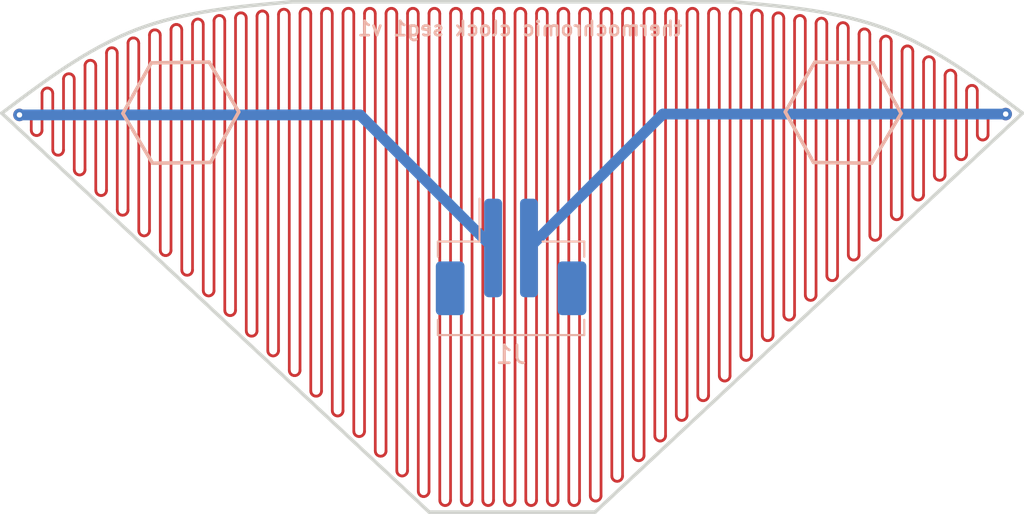
<source format=kicad_pcb>
(kicad_pcb (version 20171130) (host pcbnew "(5.1.5)-3")

  (general
    (thickness 1.6002)
    (drawings 21)
    (tracks 1360)
    (zones 0)
    (modules 1)
    (nets 2)
  )

  (page USLetter)
  (title_block
    (rev 1)
  )

  (layers
    (0 Front signal)
    (31 Back signal)
    (34 B.Paste user)
    (35 F.Paste user)
    (36 B.SilkS user)
    (37 F.SilkS user)
    (38 B.Mask user)
    (39 F.Mask user)
    (44 Edge.Cuts user)
    (45 Margin user)
    (46 B.CrtYd user)
    (47 F.CrtYd user)
    (49 F.Fab user)
  )

  (setup
    (last_trace_width 0.1524)
    (user_trace_width 0.2)
    (user_trace_width 0.4)
    (user_trace_width 0.6)
    (user_trace_width 1)
    (trace_clearance 0.1524)
    (zone_clearance 0.508)
    (zone_45_only no)
    (trace_min 0.1)
    (via_size 0.7)
    (via_drill 0.3)
    (via_min_size 0.5)
    (via_min_drill 0.2)
    (user_via 0.5 0.2)
    (user_via 0.9 0.4)
    (uvia_size 0.6858)
    (uvia_drill 0.3302)
    (uvias_allowed no)
    (uvia_min_size 0)
    (uvia_min_drill 0)
    (edge_width 0.05)
    (segment_width 0.2)
    (pcb_text_width 0.2)
    (pcb_text_size 1 1)
    (mod_edge_width 0.15)
    (mod_text_size 0.8 0.8)
    (mod_text_width 0.15)
    (pad_size 1.524 1.524)
    (pad_drill 0.762)
    (pad_to_mask_clearance 0)
    (solder_mask_min_width 0.1016)
    (aux_axis_origin 0 0)
    (visible_elements 7FFFFFFF)
    (pcbplotparams
      (layerselection 0x010fc_ffffffff)
      (usegerberextensions false)
      (usegerberattributes false)
      (usegerberadvancedattributes false)
      (creategerberjobfile false)
      (excludeedgelayer true)
      (linewidth 0.152400)
      (plotframeref false)
      (viasonmask true)
      (mode 1)
      (useauxorigin false)
      (hpglpennumber 1)
      (hpglpenspeed 20)
      (hpglpendiameter 15.000000)
      (psnegative false)
      (psa4output false)
      (plotreference true)
      (plotvalue false)
      (plotinvisibletext false)
      (padsonsilk false)
      (subtractmaskfromsilk true)
      (outputformat 1)
      (mirror false)
      (drillshape 0)
      (scaleselection 1)
      (outputdirectory "./gerbers"))
  )

  (net 0 "")
  (net 1 "Net-(J1-Pad1)")

  (net_class Default "This is the default net class."
    (clearance 0.1524)
    (trace_width 0.1524)
    (via_dia 0.7)
    (via_drill 0.3)
    (uvia_dia 0.6858)
    (uvia_drill 0.3302)
    (diff_pair_width 0.1524)
    (diff_pair_gap 0.254)
    (add_net "Net-(J1-Pad1)")
  )

  (module Connector_JST:JST_PH_B2B-PH-SM4-TB_1x02-1MP_P2.00mm_Vertical (layer Back) (tedit 5B78AD87) (tstamp 616CAC64)
    (at 140.5 87.9)
    (descr "JST PH series connector, B2B-PH-SM4-TB (http://www.jst-mfg.com/product/pdf/eng/ePH.pdf), generated with kicad-footprint-generator")
    (tags "connector JST PH side entry")
    (path /616C62E0)
    (attr smd)
    (fp_text reference J1 (at 0 5.45) (layer B.SilkS)
      (effects (font (size 1 1) (thickness 0.15)) (justify mirror))
    )
    (fp_text value Conn_01x02_Male (at 0 -4.45) (layer B.Fab)
      (effects (font (size 1 1) (thickness 0.15)) (justify mirror))
    )
    (fp_text user %R (at 0 1) (layer B.Fab)
      (effects (font (size 1 1) (thickness 0.15)) (justify mirror))
    )
    (fp_line (start -1 -0.042893) (end -0.5 -0.75) (layer B.Fab) (width 0.1))
    (fp_line (start -1.5 -0.75) (end -1 -0.042893) (layer B.Fab) (width 0.1))
    (fp_line (start 4.7 4.75) (end -4.7 4.75) (layer B.CrtYd) (width 0.05))
    (fp_line (start 4.7 -3.75) (end 4.7 4.75) (layer B.CrtYd) (width 0.05))
    (fp_line (start -4.7 -3.75) (end 4.7 -3.75) (layer B.CrtYd) (width 0.05))
    (fp_line (start -4.7 4.75) (end -4.7 -3.75) (layer B.CrtYd) (width 0.05))
    (fp_line (start 1.25 2.75) (end 0.75 2.75) (layer B.Fab) (width 0.1))
    (fp_line (start 1.25 2.25) (end 1.25 2.75) (layer B.Fab) (width 0.1))
    (fp_line (start 0.75 2.25) (end 1.25 2.25) (layer B.Fab) (width 0.1))
    (fp_line (start 0.75 2.75) (end 0.75 2.25) (layer B.Fab) (width 0.1))
    (fp_line (start -0.75 2.75) (end -1.25 2.75) (layer B.Fab) (width 0.1))
    (fp_line (start -0.75 2.25) (end -0.75 2.75) (layer B.Fab) (width 0.1))
    (fp_line (start -1.25 2.25) (end -0.75 2.25) (layer B.Fab) (width 0.1))
    (fp_line (start -1.25 2.75) (end -1.25 2.25) (layer B.Fab) (width 0.1))
    (fp_line (start 3.975 -0.75) (end 3.975 4.25) (layer B.Fab) (width 0.1))
    (fp_line (start -3.975 -0.75) (end -3.975 4.25) (layer B.Fab) (width 0.1))
    (fp_line (start -3.975 4.25) (end 3.975 4.25) (layer B.Fab) (width 0.1))
    (fp_line (start 4.085 4.36) (end 4.085 3.51) (layer B.SilkS) (width 0.12))
    (fp_line (start -4.085 4.36) (end 4.085 4.36) (layer B.SilkS) (width 0.12))
    (fp_line (start -4.085 3.51) (end -4.085 4.36) (layer B.SilkS) (width 0.12))
    (fp_line (start 4.085 -0.86) (end 1.76 -0.86) (layer B.SilkS) (width 0.12))
    (fp_line (start 4.085 -0.01) (end 4.085 -0.86) (layer B.SilkS) (width 0.12))
    (fp_line (start -1.76 -0.86) (end -1.76 -3.25) (layer B.SilkS) (width 0.12))
    (fp_line (start -4.085 -0.86) (end -1.76 -0.86) (layer B.SilkS) (width 0.12))
    (fp_line (start -4.085 -0.01) (end -4.085 -0.86) (layer B.SilkS) (width 0.12))
    (fp_line (start -3.975 -0.75) (end 3.975 -0.75) (layer B.Fab) (width 0.1))
    (pad MP smd roundrect (at 3.4 1.75) (size 1.6 3) (layers Back B.Paste B.Mask) (roundrect_rratio 0.15625))
    (pad MP smd roundrect (at -3.4 1.75) (size 1.6 3) (layers Back B.Paste B.Mask) (roundrect_rratio 0.15625))
    (pad 2 smd roundrect (at 1 -0.5) (size 1 5.5) (layers Back B.Paste B.Mask) (roundrect_rratio 0.25)
      (net 1 "Net-(J1-Pad1)"))
    (pad 1 smd roundrect (at -1 -0.5) (size 1 5.5) (layers Back B.Paste B.Mask) (roundrect_rratio 0.25)
      (net 1 "Net-(J1-Pad1)"))
    (model ${KISYS3DMOD}/Connector_JST.3dshapes/JST_PH_B2B-PH-SM4-TB_1x02-1MP_P2.00mm_Vertical.wrl
      (at (xyz 0 0 0))
      (scale (xyz 1 1 1))
      (rotate (xyz 0 0 0))
    )
    (model ${KICAD_USER_LIBRARY}/user-3dmodels/JST-B2B-PH-SM4-TB.STEP
      (offset (xyz 3.5 1.75 0))
      (scale (xyz 1 1 1))
      (rotate (xyz -90 0 180))
    )
  )

  (gr_text "thermochromic clock seg1 v1" (at 140.9954 75.1586) (layer B.SilkS)
    (effects (font (size 0.8 0.8) (thickness 0.15)) (justify mirror))
  )
  (gr_line (start 118.837462 79.88985) (end 120.490514 82.668473) (layer B.SilkS) (width 0.2))
  (gr_line (start 157.381157 82.6262) (end 155.801325 79.805302) (layer B.SilkS) (width 0.2))
  (gr_line (start 160.614042 82.668473) (end 157.381157 82.6262) (layer B.SilkS) (width 0.2))
  (gr_line (start 162.267095 79.88985) (end 160.614042 82.668473) (layer B.SilkS) (width 0.2))
  (gr_line (start 160.687262 77.068952) (end 162.267095 79.88985) (layer B.SilkS) (width 0.2))
  (gr_line (start 157.454377 77.026678) (end 160.687262 77.068952) (layer B.SilkS) (width 0.2))
  (gr_line (start 155.801325 79.805302) (end 157.454377 77.026678) (layer B.SilkS) (width 0.2))
  (gr_line (start 123.650179 77.026678) (end 120.417294 77.068952) (layer B.SilkS) (width 0.2))
  (gr_line (start 120.417294 77.068952) (end 118.837462 79.88985) (layer B.SilkS) (width 0.2))
  (gr_line (start 125.303232 79.805302) (end 123.650179 77.026678) (layer B.SilkS) (width 0.2))
  (gr_line (start 120.490514 82.668473) (end 123.7234 82.6262) (layer B.SilkS) (width 0.2))
  (gr_line (start 123.7234 82.6262) (end 125.303232 79.805302) (layer B.SilkS) (width 0.2))
  (gr_curve (pts (xy 161.523012 75.214217) (xy 158.828618 74.18202) (xy 155.838466 73.92101) (xy 152.848314 73.66)) (layer Edge.Cuts) (width 0.2))
  (gr_line (start 135.93265 102.141932) (end 145.185665 102.141932) (layer Edge.Cuts) (width 0.2))
  (gr_curve (pts (xy 169.041084 79.876869) (xy 166.634402 78.063618) (xy 164.227721 76.250366) (xy 161.523012 75.214217)) (layer Edge.Cuts) (width 0.2))
  (gr_line (start 112.077228 79.876869) (end 135.93265 102.141932) (layer Edge.Cuts) (width 0.2))
  (gr_line (start 145.185665 102.141932) (end 169.041084 79.876869) (layer Edge.Cuts) (width 0.2))
  (gr_curve (pts (xy 119.5953 75.214217) (xy 116.890592 76.250366) (xy 114.48391 78.063618) (xy 112.077228 79.876869)) (layer Edge.Cuts) (width 0.2))
  (gr_line (start 152.848314 73.66) (end 128.27 73.66) (layer Edge.Cuts) (width 0.2))
  (gr_curve (pts (xy 128.27 73.66) (xy 125.279848 73.92101) (xy 122.289695 74.18202) (xy 119.5953 75.214217)) (layer Edge.Cuts) (width 0.2))

  (segment (start 141.5 87.4) (end 148.973563 79.926437) (width 0.6) (layer Back) (net 1))
  (segment (start 132.073715 79.973715) (end 113.063866 79.973715) (width 0.6) (layer Back) (net 1))
  (segment (start 139.5 87.4) (end 132.073715 79.973715) (width 0.6) (layer Back) (net 1))
  (via (at 113.063866 79.973715) (size 0.7) (drill 0.3) (layers Front Back) (net 1))
  (segment (start 148.973563 79.926437) (end 168.105102 79.926437) (width 0.6) (layer Back) (net 1))
  (via (at 168.105102 79.926437) (size 0.7) (drill 0.3) (layers Front Back) (net 1))
  (segment (start 160.888641 86.966193) (end 160.95205 86.944005) (width 0.1524) (layer Front) (net 1))
  (segment (start 160.821885 86.973715) (end 160.888641 86.966193) (width 0.1524) (layer Front) (net 1))
  (segment (start 160.755128 86.966193) (end 160.821885 86.973715) (width 0.1524) (layer Front) (net 1))
  (segment (start 160.691719 86.944005) (end 160.755128 86.966193) (width 0.1524) (layer Front) (net 1))
  (segment (start 160.634838 86.908264) (end 160.691719 86.944005) (width 0.1524) (layer Front) (net 1))
  (segment (start 160.587335 86.860761) (end 160.634838 86.908264) (width 0.1524) (layer Front) (net 1))
  (segment (start 160.551594 86.80388) (end 160.587335 86.860761) (width 0.1524) (layer Front) (net 1))
  (segment (start 160.529406 86.740471) (end 160.551594 86.80388) (width 0.1524) (layer Front) (net 1))
  (segment (start 160.521885 86.673715) (end 160.529406 86.740471) (width 0.1524) (layer Front) (net 1))
  (segment (start 160.521885 75.473715) (end 160.521885 86.673715) (width 0.1524) (layer Front) (net 1))
  (segment (start 160.514363 75.406959) (end 160.521885 75.473715) (width 0.1524) (layer Front) (net 1))
  (segment (start 160.492175 75.34355) (end 160.514363 75.406959) (width 0.1524) (layer Front) (net 1))
  (segment (start 160.456434 75.286669) (end 160.492175 75.34355) (width 0.1524) (layer Front) (net 1))
  (segment (start 160.408931 75.239166) (end 160.456434 75.286669) (width 0.1524) (layer Front) (net 1))
  (segment (start 160.35205 75.203425) (end 160.408931 75.239166) (width 0.1524) (layer Front) (net 1))
  (segment (start 160.288641 75.181237) (end 160.35205 75.203425) (width 0.1524) (layer Front) (net 1))
  (segment (start 160.221885 75.173715) (end 160.288641 75.181237) (width 0.1524) (layer Front) (net 1))
  (segment (start 160.155128 75.181237) (end 160.221885 75.173715) (width 0.1524) (layer Front) (net 1))
  (segment (start 160.091719 75.203425) (end 160.155128 75.181237) (width 0.1524) (layer Front) (net 1))
  (segment (start 160.034838 75.239166) (end 160.091719 75.203425) (width 0.1524) (layer Front) (net 1))
  (segment (start 159.987335 75.286669) (end 160.034838 75.239166) (width 0.1524) (layer Front) (net 1))
  (segment (start 159.951594 75.34355) (end 159.987335 75.286669) (width 0.1524) (layer Front) (net 1))
  (segment (start 159.929406 75.406959) (end 159.951594 75.34355) (width 0.1524) (layer Front) (net 1))
  (segment (start 159.921885 75.473715) (end 159.929406 75.406959) (width 0.1524) (layer Front) (net 1))
  (segment (start 159.921885 87.773715) (end 159.921885 75.473715) (width 0.1524) (layer Front) (net 1))
  (segment (start 159.914363 87.840471) (end 159.921885 87.773715) (width 0.1524) (layer Front) (net 1))
  (segment (start 159.892175 87.90388) (end 159.914363 87.840471) (width 0.1524) (layer Front) (net 1))
  (segment (start 159.856434 87.960761) (end 159.892175 87.90388) (width 0.1524) (layer Front) (net 1))
  (segment (start 159.808931 88.008264) (end 159.856434 87.960761) (width 0.1524) (layer Front) (net 1))
  (segment (start 159.75205 88.044005) (end 159.808931 88.008264) (width 0.1524) (layer Front) (net 1))
  (segment (start 159.688641 88.066193) (end 159.75205 88.044005) (width 0.1524) (layer Front) (net 1))
  (segment (start 159.621885 88.073715) (end 159.688641 88.066193) (width 0.1524) (layer Front) (net 1))
  (segment (start 159.555128 88.066193) (end 159.621885 88.073715) (width 0.1524) (layer Front) (net 1))
  (segment (start 159.491719 88.044005) (end 159.555128 88.066193) (width 0.1524) (layer Front) (net 1))
  (segment (start 159.434838 88.008264) (end 159.491719 88.044005) (width 0.1524) (layer Front) (net 1))
  (segment (start 159.387335 87.960761) (end 159.434838 88.008264) (width 0.1524) (layer Front) (net 1))
  (segment (start 159.351594 87.90388) (end 159.387335 87.960761) (width 0.1524) (layer Front) (net 1))
  (segment (start 159.329406 87.840471) (end 159.351594 87.90388) (width 0.1524) (layer Front) (net 1))
  (segment (start 159.321885 87.773715) (end 159.329406 87.840471) (width 0.1524) (layer Front) (net 1))
  (segment (start 159.321885 75.123715) (end 159.321885 87.773715) (width 0.1524) (layer Front) (net 1))
  (segment (start 159.314363 75.056959) (end 159.321885 75.123715) (width 0.1524) (layer Front) (net 1))
  (segment (start 159.292175 74.99355) (end 159.314363 75.056959) (width 0.1524) (layer Front) (net 1))
  (segment (start 159.256434 74.936669) (end 159.292175 74.99355) (width 0.1524) (layer Front) (net 1))
  (segment (start 159.208931 74.889166) (end 159.256434 74.936669) (width 0.1524) (layer Front) (net 1))
  (segment (start 159.15205 74.853425) (end 159.208931 74.889166) (width 0.1524) (layer Front) (net 1))
  (segment (start 159.088641 74.831237) (end 159.15205 74.853425) (width 0.1524) (layer Front) (net 1))
  (segment (start 159.021885 74.823715) (end 159.088641 74.831237) (width 0.1524) (layer Front) (net 1))
  (segment (start 158.955128 74.831237) (end 159.021885 74.823715) (width 0.1524) (layer Front) (net 1))
  (segment (start 158.891719 74.853425) (end 158.955128 74.831237) (width 0.1524) (layer Front) (net 1))
  (segment (start 158.834838 74.889166) (end 158.891719 74.853425) (width 0.1524) (layer Front) (net 1))
  (segment (start 158.787335 74.936669) (end 158.834838 74.889166) (width 0.1524) (layer Front) (net 1))
  (segment (start 158.751594 74.99355) (end 158.787335 74.936669) (width 0.1524) (layer Front) (net 1))
  (segment (start 158.729406 75.056959) (end 158.751594 74.99355) (width 0.1524) (layer Front) (net 1))
  (segment (start 158.721885 75.123715) (end 158.729406 75.056959) (width 0.1524) (layer Front) (net 1))
  (segment (start 158.721885 88.923715) (end 158.721885 75.123715) (width 0.1524) (layer Front) (net 1))
  (segment (start 158.714363 88.990471) (end 158.721885 88.923715) (width 0.1524) (layer Front) (net 1))
  (segment (start 158.692175 89.05388) (end 158.714363 88.990471) (width 0.1524) (layer Front) (net 1))
  (segment (start 158.656434 89.110761) (end 158.692175 89.05388) (width 0.1524) (layer Front) (net 1))
  (segment (start 158.608931 89.158264) (end 158.656434 89.110761) (width 0.1524) (layer Front) (net 1))
  (segment (start 158.55205 89.194005) (end 158.608931 89.158264) (width 0.1524) (layer Front) (net 1))
  (segment (start 158.488641 89.216193) (end 158.55205 89.194005) (width 0.1524) (layer Front) (net 1))
  (segment (start 158.421885 89.223715) (end 158.488641 89.216193) (width 0.1524) (layer Front) (net 1))
  (segment (start 158.355128 89.216193) (end 158.421885 89.223715) (width 0.1524) (layer Front) (net 1))
  (segment (start 158.291719 89.194005) (end 158.355128 89.216193) (width 0.1524) (layer Front) (net 1))
  (segment (start 158.234838 89.158264) (end 158.291719 89.194005) (width 0.1524) (layer Front) (net 1))
  (segment (start 158.187335 89.110761) (end 158.234838 89.158264) (width 0.1524) (layer Front) (net 1))
  (segment (start 158.151594 89.05388) (end 158.187335 89.110761) (width 0.1524) (layer Front) (net 1))
  (segment (start 158.129406 88.990471) (end 158.151594 89.05388) (width 0.1524) (layer Front) (net 1))
  (segment (start 158.121885 88.923715) (end 158.129406 88.990471) (width 0.1524) (layer Front) (net 1))
  (segment (start 158.121885 74.873715) (end 158.121885 88.923715) (width 0.1524) (layer Front) (net 1))
  (segment (start 158.114363 74.806959) (end 158.121885 74.873715) (width 0.1524) (layer Front) (net 1))
  (segment (start 158.092175 74.74355) (end 158.114363 74.806959) (width 0.1524) (layer Front) (net 1))
  (segment (start 158.056434 74.686669) (end 158.092175 74.74355) (width 0.1524) (layer Front) (net 1))
  (segment (start 158.008931 74.639166) (end 158.056434 74.686669) (width 0.1524) (layer Front) (net 1))
  (segment (start 157.95205 74.603425) (end 158.008931 74.639166) (width 0.1524) (layer Front) (net 1))
  (segment (start 157.888641 74.581237) (end 157.95205 74.603425) (width 0.1524) (layer Front) (net 1))
  (segment (start 157.821885 74.573715) (end 157.888641 74.581237) (width 0.1524) (layer Front) (net 1))
  (segment (start 157.755128 74.581237) (end 157.821885 74.573715) (width 0.1524) (layer Front) (net 1))
  (segment (start 157.691719 74.603425) (end 157.755128 74.581237) (width 0.1524) (layer Front) (net 1))
  (segment (start 157.634838 74.639166) (end 157.691719 74.603425) (width 0.1524) (layer Front) (net 1))
  (segment (start 157.587335 74.686669) (end 157.634838 74.639166) (width 0.1524) (layer Front) (net 1))
  (segment (start 157.551594 74.74355) (end 157.587335 74.686669) (width 0.1524) (layer Front) (net 1))
  (segment (start 157.529406 74.806959) (end 157.551594 74.74355) (width 0.1524) (layer Front) (net 1))
  (segment (start 157.521885 74.873715) (end 157.529406 74.806959) (width 0.1524) (layer Front) (net 1))
  (segment (start 157.521885 90.023715) (end 157.521885 74.873715) (width 0.1524) (layer Front) (net 1))
  (segment (start 157.514363 90.090471) (end 157.521885 90.023715) (width 0.1524) (layer Front) (net 1))
  (segment (start 157.492175 90.15388) (end 157.514363 90.090471) (width 0.1524) (layer Front) (net 1))
  (segment (start 157.456434 90.210761) (end 157.492175 90.15388) (width 0.1524) (layer Front) (net 1))
  (segment (start 157.408931 90.258264) (end 157.456434 90.210761) (width 0.1524) (layer Front) (net 1))
  (segment (start 157.35205 90.294005) (end 157.408931 90.258264) (width 0.1524) (layer Front) (net 1))
  (segment (start 157.288641 90.316193) (end 157.35205 90.294005) (width 0.1524) (layer Front) (net 1))
  (segment (start 157.221885 90.323715) (end 157.288641 90.316193) (width 0.1524) (layer Front) (net 1))
  (segment (start 157.155128 90.316193) (end 157.221885 90.323715) (width 0.1524) (layer Front) (net 1))
  (segment (start 157.091719 90.294005) (end 157.155128 90.316193) (width 0.1524) (layer Front) (net 1))
  (segment (start 157.034838 90.258264) (end 157.091719 90.294005) (width 0.1524) (layer Front) (net 1))
  (segment (start 156.987335 90.210761) (end 157.034838 90.258264) (width 0.1524) (layer Front) (net 1))
  (segment (start 156.951594 90.15388) (end 156.987335 90.210761) (width 0.1524) (layer Front) (net 1))
  (segment (start 156.929406 90.090471) (end 156.951594 90.15388) (width 0.1524) (layer Front) (net 1))
  (segment (start 156.921885 90.023715) (end 156.929406 90.090471) (width 0.1524) (layer Front) (net 1))
  (segment (start 156.921885 74.723715) (end 156.921885 90.023715) (width 0.1524) (layer Front) (net 1))
  (segment (start 156.914363 74.656959) (end 156.921885 74.723715) (width 0.1524) (layer Front) (net 1))
  (segment (start 156.892175 74.59355) (end 156.914363 74.656959) (width 0.1524) (layer Front) (net 1))
  (segment (start 156.856434 74.536669) (end 156.892175 74.59355) (width 0.1524) (layer Front) (net 1))
  (segment (start 156.808931 74.489166) (end 156.856434 74.536669) (width 0.1524) (layer Front) (net 1))
  (segment (start 156.75205 74.453425) (end 156.808931 74.489166) (width 0.1524) (layer Front) (net 1))
  (segment (start 156.688641 74.431237) (end 156.75205 74.453425) (width 0.1524) (layer Front) (net 1))
  (segment (start 156.621885 74.423715) (end 156.688641 74.431237) (width 0.1524) (layer Front) (net 1))
  (segment (start 156.555128 74.431237) (end 156.621885 74.423715) (width 0.1524) (layer Front) (net 1))
  (segment (start 156.491719 74.453425) (end 156.555128 74.431237) (width 0.1524) (layer Front) (net 1))
  (segment (start 156.434838 74.489166) (end 156.491719 74.453425) (width 0.1524) (layer Front) (net 1))
  (segment (start 156.387335 74.536669) (end 156.434838 74.489166) (width 0.1524) (layer Front) (net 1))
  (segment (start 156.351594 74.59355) (end 156.387335 74.536669) (width 0.1524) (layer Front) (net 1))
  (segment (start 156.329406 74.656959) (end 156.351594 74.59355) (width 0.1524) (layer Front) (net 1))
  (segment (start 156.321885 74.723715) (end 156.329406 74.656959) (width 0.1524) (layer Front) (net 1))
  (segment (start 156.321885 91.123715) (end 156.321885 74.723715) (width 0.1524) (layer Front) (net 1))
  (segment (start 156.314363 91.190471) (end 156.321885 91.123715) (width 0.1524) (layer Front) (net 1))
  (segment (start 156.292175 91.25388) (end 156.314363 91.190471) (width 0.1524) (layer Front) (net 1))
  (segment (start 156.256434 91.310761) (end 156.292175 91.25388) (width 0.1524) (layer Front) (net 1))
  (segment (start 156.208931 91.358264) (end 156.256434 91.310761) (width 0.1524) (layer Front) (net 1))
  (segment (start 156.15205 91.394005) (end 156.208931 91.358264) (width 0.1524) (layer Front) (net 1))
  (segment (start 156.088641 91.416193) (end 156.15205 91.394005) (width 0.1524) (layer Front) (net 1))
  (segment (start 156.021885 91.423715) (end 156.088641 91.416193) (width 0.1524) (layer Front) (net 1))
  (segment (start 155.955128 91.416193) (end 156.021885 91.423715) (width 0.1524) (layer Front) (net 1))
  (segment (start 155.891719 91.394005) (end 155.955128 91.416193) (width 0.1524) (layer Front) (net 1))
  (segment (start 155.834838 91.358264) (end 155.891719 91.394005) (width 0.1524) (layer Front) (net 1))
  (segment (start 155.787335 91.310761) (end 155.834838 91.358264) (width 0.1524) (layer Front) (net 1))
  (segment (start 155.751594 91.25388) (end 155.787335 91.310761) (width 0.1524) (layer Front) (net 1))
  (segment (start 155.729406 91.190471) (end 155.751594 91.25388) (width 0.1524) (layer Front) (net 1))
  (segment (start 155.721885 91.123715) (end 155.729406 91.190471) (width 0.1524) (layer Front) (net 1))
  (segment (start 155.721885 74.573715) (end 155.721885 91.123715) (width 0.1524) (layer Front) (net 1))
  (segment (start 155.714363 74.506959) (end 155.721885 74.573715) (width 0.1524) (layer Front) (net 1))
  (segment (start 155.692175 74.44355) (end 155.714363 74.506959) (width 0.1524) (layer Front) (net 1))
  (segment (start 155.656434 74.386669) (end 155.692175 74.44355) (width 0.1524) (layer Front) (net 1))
  (segment (start 155.608931 74.339166) (end 155.656434 74.386669) (width 0.1524) (layer Front) (net 1))
  (segment (start 155.55205 74.303425) (end 155.608931 74.339166) (width 0.1524) (layer Front) (net 1))
  (segment (start 155.488641 74.281237) (end 155.55205 74.303425) (width 0.1524) (layer Front) (net 1))
  (segment (start 155.421885 74.273715) (end 155.488641 74.281237) (width 0.1524) (layer Front) (net 1))
  (segment (start 155.355128 74.281237) (end 155.421885 74.273715) (width 0.1524) (layer Front) (net 1))
  (segment (start 155.291719 74.303425) (end 155.355128 74.281237) (width 0.1524) (layer Front) (net 1))
  (segment (start 155.234838 74.339166) (end 155.291719 74.303425) (width 0.1524) (layer Front) (net 1))
  (segment (start 155.187335 74.386669) (end 155.234838 74.339166) (width 0.1524) (layer Front) (net 1))
  (segment (start 155.151594 74.44355) (end 155.187335 74.386669) (width 0.1524) (layer Front) (net 1))
  (segment (start 155.129406 74.506959) (end 155.151594 74.44355) (width 0.1524) (layer Front) (net 1))
  (segment (start 155.121885 74.573715) (end 155.129406 74.506959) (width 0.1524) (layer Front) (net 1))
  (segment (start 155.121885 92.273715) (end 155.121885 74.573715) (width 0.1524) (layer Front) (net 1))
  (segment (start 155.114363 92.340471) (end 155.121885 92.273715) (width 0.1524) (layer Front) (net 1))
  (segment (start 155.092175 92.40388) (end 155.114363 92.340471) (width 0.1524) (layer Front) (net 1))
  (segment (start 155.056434 92.460761) (end 155.092175 92.40388) (width 0.1524) (layer Front) (net 1))
  (segment (start 155.008931 92.508264) (end 155.056434 92.460761) (width 0.1524) (layer Front) (net 1))
  (segment (start 154.95205 92.544005) (end 155.008931 92.508264) (width 0.1524) (layer Front) (net 1))
  (segment (start 154.888641 92.566193) (end 154.95205 92.544005) (width 0.1524) (layer Front) (net 1))
  (segment (start 154.821885 92.573715) (end 154.888641 92.566193) (width 0.1524) (layer Front) (net 1))
  (segment (start 154.755128 92.566193) (end 154.821885 92.573715) (width 0.1524) (layer Front) (net 1))
  (segment (start 154.691719 92.544005) (end 154.755128 92.566193) (width 0.1524) (layer Front) (net 1))
  (segment (start 154.634838 92.508264) (end 154.691719 92.544005) (width 0.1524) (layer Front) (net 1))
  (segment (start 154.587335 92.460761) (end 154.634838 92.508264) (width 0.1524) (layer Front) (net 1))
  (segment (start 154.551594 92.40388) (end 154.587335 92.460761) (width 0.1524) (layer Front) (net 1))
  (segment (start 154.529406 92.340471) (end 154.551594 92.40388) (width 0.1524) (layer Front) (net 1))
  (segment (start 154.521885 92.273715) (end 154.529406 92.340471) (width 0.1524) (layer Front) (net 1))
  (segment (start 154.521885 74.423715) (end 154.521885 92.273715) (width 0.1524) (layer Front) (net 1))
  (segment (start 154.514363 74.356959) (end 154.521885 74.423715) (width 0.1524) (layer Front) (net 1))
  (segment (start 154.492175 74.29355) (end 154.514363 74.356959) (width 0.1524) (layer Front) (net 1))
  (segment (start 154.456434 74.236669) (end 154.492175 74.29355) (width 0.1524) (layer Front) (net 1))
  (segment (start 154.408931 74.189166) (end 154.456434 74.236669) (width 0.1524) (layer Front) (net 1))
  (segment (start 154.35205 74.153425) (end 154.408931 74.189166) (width 0.1524) (layer Front) (net 1))
  (segment (start 154.288641 74.131237) (end 154.35205 74.153425) (width 0.1524) (layer Front) (net 1))
  (segment (start 154.221885 74.123715) (end 154.288641 74.131237) (width 0.1524) (layer Front) (net 1))
  (segment (start 154.155128 74.131237) (end 154.221885 74.123715) (width 0.1524) (layer Front) (net 1))
  (segment (start 154.091719 74.153425) (end 154.155128 74.131237) (width 0.1524) (layer Front) (net 1))
  (segment (start 154.034838 74.189166) (end 154.091719 74.153425) (width 0.1524) (layer Front) (net 1))
  (segment (start 153.987335 74.236669) (end 154.034838 74.189166) (width 0.1524) (layer Front) (net 1))
  (segment (start 153.951594 74.29355) (end 153.987335 74.236669) (width 0.1524) (layer Front) (net 1))
  (segment (start 153.929406 74.356959) (end 153.951594 74.29355) (width 0.1524) (layer Front) (net 1))
  (segment (start 153.921885 74.423715) (end 153.929406 74.356959) (width 0.1524) (layer Front) (net 1))
  (segment (start 153.921885 93.373715) (end 153.921885 74.423715) (width 0.1524) (layer Front) (net 1))
  (segment (start 153.914363 93.440471) (end 153.921885 93.373715) (width 0.1524) (layer Front) (net 1))
  (segment (start 153.892175 93.50388) (end 153.914363 93.440471) (width 0.1524) (layer Front) (net 1))
  (segment (start 153.856434 93.560761) (end 153.892175 93.50388) (width 0.1524) (layer Front) (net 1))
  (segment (start 153.808931 93.608264) (end 153.856434 93.560761) (width 0.1524) (layer Front) (net 1))
  (segment (start 153.75205 93.644005) (end 153.808931 93.608264) (width 0.1524) (layer Front) (net 1))
  (segment (start 153.688641 93.666193) (end 153.75205 93.644005) (width 0.1524) (layer Front) (net 1))
  (segment (start 153.621885 93.673715) (end 153.688641 93.666193) (width 0.1524) (layer Front) (net 1))
  (segment (start 153.555128 93.666193) (end 153.621885 93.673715) (width 0.1524) (layer Front) (net 1))
  (segment (start 153.491719 93.644005) (end 153.555128 93.666193) (width 0.1524) (layer Front) (net 1))
  (segment (start 153.434838 93.608264) (end 153.491719 93.644005) (width 0.1524) (layer Front) (net 1))
  (segment (start 153.387335 93.560761) (end 153.434838 93.608264) (width 0.1524) (layer Front) (net 1))
  (segment (start 153.351594 93.50388) (end 153.387335 93.560761) (width 0.1524) (layer Front) (net 1))
  (segment (start 153.329406 93.440471) (end 153.351594 93.50388) (width 0.1524) (layer Front) (net 1))
  (segment (start 153.321885 93.373715) (end 153.329406 93.440471) (width 0.1524) (layer Front) (net 1))
  (segment (start 153.321885 74.323715) (end 153.321885 93.373715) (width 0.1524) (layer Front) (net 1))
  (segment (start 153.314363 74.256959) (end 153.321885 74.323715) (width 0.1524) (layer Front) (net 1))
  (segment (start 153.292175 74.19355) (end 153.314363 74.256959) (width 0.1524) (layer Front) (net 1))
  (segment (start 153.256434 74.136669) (end 153.292175 74.19355) (width 0.1524) (layer Front) (net 1))
  (segment (start 153.208931 74.089166) (end 153.256434 74.136669) (width 0.1524) (layer Front) (net 1))
  (segment (start 153.15205 74.053425) (end 153.208931 74.089166) (width 0.1524) (layer Front) (net 1))
  (segment (start 153.088641 74.031237) (end 153.15205 74.053425) (width 0.1524) (layer Front) (net 1))
  (segment (start 153.021885 74.023715) (end 153.088641 74.031237) (width 0.1524) (layer Front) (net 1))
  (segment (start 152.955128 74.031237) (end 153.021885 74.023715) (width 0.1524) (layer Front) (net 1))
  (segment (start 152.891719 74.053425) (end 152.955128 74.031237) (width 0.1524) (layer Front) (net 1))
  (segment (start 152.834838 74.089166) (end 152.891719 74.053425) (width 0.1524) (layer Front) (net 1))
  (segment (start 152.787335 74.136669) (end 152.834838 74.089166) (width 0.1524) (layer Front) (net 1))
  (segment (start 152.751594 74.19355) (end 152.787335 74.136669) (width 0.1524) (layer Front) (net 1))
  (segment (start 152.729406 74.256959) (end 152.751594 74.19355) (width 0.1524) (layer Front) (net 1))
  (segment (start 152.721885 74.323715) (end 152.729406 74.256959) (width 0.1524) (layer Front) (net 1))
  (segment (start 152.721885 94.523715) (end 152.721885 74.323715) (width 0.1524) (layer Front) (net 1))
  (segment (start 152.714363 94.590471) (end 152.721885 94.523715) (width 0.1524) (layer Front) (net 1))
  (segment (start 152.692175 94.65388) (end 152.714363 94.590471) (width 0.1524) (layer Front) (net 1))
  (segment (start 152.656434 94.710761) (end 152.692175 94.65388) (width 0.1524) (layer Front) (net 1))
  (segment (start 152.608931 94.758264) (end 152.656434 94.710761) (width 0.1524) (layer Front) (net 1))
  (segment (start 152.55205 94.794005) (end 152.608931 94.758264) (width 0.1524) (layer Front) (net 1))
  (segment (start 152.488641 94.816193) (end 152.55205 94.794005) (width 0.1524) (layer Front) (net 1))
  (segment (start 152.421885 94.823715) (end 152.488641 94.816193) (width 0.1524) (layer Front) (net 1))
  (segment (start 152.355128 94.816193) (end 152.421885 94.823715) (width 0.1524) (layer Front) (net 1))
  (segment (start 152.291719 94.794005) (end 152.355128 94.816193) (width 0.1524) (layer Front) (net 1))
  (segment (start 152.234838 94.758264) (end 152.291719 94.794005) (width 0.1524) (layer Front) (net 1))
  (segment (start 152.187335 94.710761) (end 152.234838 94.758264) (width 0.1524) (layer Front) (net 1))
  (segment (start 152.151594 94.65388) (end 152.187335 94.710761) (width 0.1524) (layer Front) (net 1))
  (segment (start 152.129406 94.590471) (end 152.151594 94.65388) (width 0.1524) (layer Front) (net 1))
  (segment (start 152.121885 94.523715) (end 152.129406 94.590471) (width 0.1524) (layer Front) (net 1))
  (segment (start 152.121885 74.323715) (end 152.121885 94.523715) (width 0.1524) (layer Front) (net 1))
  (segment (start 152.114363 74.256959) (end 152.121885 74.323715) (width 0.1524) (layer Front) (net 1))
  (segment (start 152.092175 74.19355) (end 152.114363 74.256959) (width 0.1524) (layer Front) (net 1))
  (segment (start 152.056434 74.136669) (end 152.092175 74.19355) (width 0.1524) (layer Front) (net 1))
  (segment (start 152.008931 74.089166) (end 152.056434 74.136669) (width 0.1524) (layer Front) (net 1))
  (segment (start 151.95205 74.053425) (end 152.008931 74.089166) (width 0.1524) (layer Front) (net 1))
  (segment (start 151.888641 74.031237) (end 151.95205 74.053425) (width 0.1524) (layer Front) (net 1))
  (segment (start 151.821885 74.023715) (end 151.888641 74.031237) (width 0.1524) (layer Front) (net 1))
  (segment (start 151.755128 74.031237) (end 151.821885 74.023715) (width 0.1524) (layer Front) (net 1))
  (segment (start 151.691719 74.053425) (end 151.755128 74.031237) (width 0.1524) (layer Front) (net 1))
  (segment (start 151.634838 74.089166) (end 151.691719 74.053425) (width 0.1524) (layer Front) (net 1))
  (segment (start 151.587335 74.136669) (end 151.634838 74.089166) (width 0.1524) (layer Front) (net 1))
  (segment (start 151.551594 74.19355) (end 151.587335 74.136669) (width 0.1524) (layer Front) (net 1))
  (segment (start 151.529406 74.256959) (end 151.551594 74.19355) (width 0.1524) (layer Front) (net 1))
  (segment (start 151.521885 74.323715) (end 151.529406 74.256959) (width 0.1524) (layer Front) (net 1))
  (segment (start 151.521885 95.623715) (end 151.521885 74.323715) (width 0.1524) (layer Front) (net 1))
  (segment (start 151.514363 95.690471) (end 151.521885 95.623715) (width 0.1524) (layer Front) (net 1))
  (segment (start 151.492175 95.75388) (end 151.514363 95.690471) (width 0.1524) (layer Front) (net 1))
  (segment (start 151.456434 95.810761) (end 151.492175 95.75388) (width 0.1524) (layer Front) (net 1))
  (segment (start 151.408931 95.858264) (end 151.456434 95.810761) (width 0.1524) (layer Front) (net 1))
  (segment (start 151.35205 95.894005) (end 151.408931 95.858264) (width 0.1524) (layer Front) (net 1))
  (segment (start 151.288641 95.916193) (end 151.35205 95.894005) (width 0.1524) (layer Front) (net 1))
  (segment (start 151.221885 95.923715) (end 151.288641 95.916193) (width 0.1524) (layer Front) (net 1))
  (segment (start 151.155128 95.916193) (end 151.221885 95.923715) (width 0.1524) (layer Front) (net 1))
  (segment (start 151.091719 95.894005) (end 151.155128 95.916193) (width 0.1524) (layer Front) (net 1))
  (segment (start 151.034838 95.858264) (end 151.091719 95.894005) (width 0.1524) (layer Front) (net 1))
  (segment (start 150.987335 95.810761) (end 151.034838 95.858264) (width 0.1524) (layer Front) (net 1))
  (segment (start 150.951594 95.75388) (end 150.987335 95.810761) (width 0.1524) (layer Front) (net 1))
  (segment (start 150.929406 95.690471) (end 150.951594 95.75388) (width 0.1524) (layer Front) (net 1))
  (segment (start 150.921885 95.623715) (end 150.929406 95.690471) (width 0.1524) (layer Front) (net 1))
  (segment (start 150.921885 74.323715) (end 150.921885 95.623715) (width 0.1524) (layer Front) (net 1))
  (segment (start 150.914363 74.256959) (end 150.921885 74.323715) (width 0.1524) (layer Front) (net 1))
  (segment (start 150.892175 74.19355) (end 150.914363 74.256959) (width 0.1524) (layer Front) (net 1))
  (segment (start 150.856434 74.136669) (end 150.892175 74.19355) (width 0.1524) (layer Front) (net 1))
  (segment (start 150.808931 74.089166) (end 150.856434 74.136669) (width 0.1524) (layer Front) (net 1))
  (segment (start 150.75205 74.053425) (end 150.808931 74.089166) (width 0.1524) (layer Front) (net 1))
  (segment (start 150.688641 74.031237) (end 150.75205 74.053425) (width 0.1524) (layer Front) (net 1))
  (segment (start 150.621885 74.023715) (end 150.688641 74.031237) (width 0.1524) (layer Front) (net 1))
  (segment (start 150.555128 74.031237) (end 150.621885 74.023715) (width 0.1524) (layer Front) (net 1))
  (segment (start 150.491719 74.053425) (end 150.555128 74.031237) (width 0.1524) (layer Front) (net 1))
  (segment (start 150.434838 74.089166) (end 150.491719 74.053425) (width 0.1524) (layer Front) (net 1))
  (segment (start 150.387335 74.136669) (end 150.434838 74.089166) (width 0.1524) (layer Front) (net 1))
  (segment (start 150.351594 74.19355) (end 150.387335 74.136669) (width 0.1524) (layer Front) (net 1))
  (segment (start 150.329406 74.256959) (end 150.351594 74.19355) (width 0.1524) (layer Front) (net 1))
  (segment (start 150.321885 74.323715) (end 150.329406 74.256959) (width 0.1524) (layer Front) (net 1))
  (segment (start 150.321885 96.723715) (end 150.321885 74.323715) (width 0.1524) (layer Front) (net 1))
  (segment (start 150.314363 96.790471) (end 150.321885 96.723715) (width 0.1524) (layer Front) (net 1))
  (segment (start 150.292175 96.85388) (end 150.314363 96.790471) (width 0.1524) (layer Front) (net 1))
  (segment (start 150.256434 96.910761) (end 150.292175 96.85388) (width 0.1524) (layer Front) (net 1))
  (segment (start 150.208931 96.958264) (end 150.256434 96.910761) (width 0.1524) (layer Front) (net 1))
  (segment (start 150.15205 96.994005) (end 150.208931 96.958264) (width 0.1524) (layer Front) (net 1))
  (segment (start 150.088641 97.016193) (end 150.15205 96.994005) (width 0.1524) (layer Front) (net 1))
  (segment (start 150.021885 97.023715) (end 150.088641 97.016193) (width 0.1524) (layer Front) (net 1))
  (segment (start 149.955128 97.016193) (end 150.021885 97.023715) (width 0.1524) (layer Front) (net 1))
  (segment (start 149.891719 96.994005) (end 149.955128 97.016193) (width 0.1524) (layer Front) (net 1))
  (segment (start 149.834838 96.958264) (end 149.891719 96.994005) (width 0.1524) (layer Front) (net 1))
  (segment (start 149.787335 96.910761) (end 149.834838 96.958264) (width 0.1524) (layer Front) (net 1))
  (segment (start 149.751594 96.85388) (end 149.787335 96.910761) (width 0.1524) (layer Front) (net 1))
  (segment (start 149.729406 96.790471) (end 149.751594 96.85388) (width 0.1524) (layer Front) (net 1))
  (segment (start 149.721885 96.723715) (end 149.729406 96.790471) (width 0.1524) (layer Front) (net 1))
  (segment (start 149.721885 74.323715) (end 149.721885 96.723715) (width 0.1524) (layer Front) (net 1))
  (segment (start 149.714363 74.256959) (end 149.721885 74.323715) (width 0.1524) (layer Front) (net 1))
  (segment (start 149.692175 74.19355) (end 149.714363 74.256959) (width 0.1524) (layer Front) (net 1))
  (segment (start 149.656434 74.136669) (end 149.692175 74.19355) (width 0.1524) (layer Front) (net 1))
  (segment (start 149.608931 74.089166) (end 149.656434 74.136669) (width 0.1524) (layer Front) (net 1))
  (segment (start 149.55205 74.053425) (end 149.608931 74.089166) (width 0.1524) (layer Front) (net 1))
  (segment (start 149.488641 74.031237) (end 149.55205 74.053425) (width 0.1524) (layer Front) (net 1))
  (segment (start 149.421885 74.023715) (end 149.488641 74.031237) (width 0.1524) (layer Front) (net 1))
  (segment (start 149.355128 74.031237) (end 149.421885 74.023715) (width 0.1524) (layer Front) (net 1))
  (segment (start 149.291719 74.053425) (end 149.355128 74.031237) (width 0.1524) (layer Front) (net 1))
  (segment (start 149.234838 74.089166) (end 149.291719 74.053425) (width 0.1524) (layer Front) (net 1))
  (segment (start 149.187335 74.136669) (end 149.234838 74.089166) (width 0.1524) (layer Front) (net 1))
  (segment (start 149.151594 74.19355) (end 149.187335 74.136669) (width 0.1524) (layer Front) (net 1))
  (segment (start 149.129406 74.256959) (end 149.151594 74.19355) (width 0.1524) (layer Front) (net 1))
  (segment (start 149.121885 74.323715) (end 149.129406 74.256959) (width 0.1524) (layer Front) (net 1))
  (segment (start 149.121885 97.873715) (end 149.121885 74.323715) (width 0.1524) (layer Front) (net 1))
  (segment (start 149.114363 97.940471) (end 149.121885 97.873715) (width 0.1524) (layer Front) (net 1))
  (segment (start 149.092175 98.00388) (end 149.114363 97.940471) (width 0.1524) (layer Front) (net 1))
  (segment (start 149.056434 98.060761) (end 149.092175 98.00388) (width 0.1524) (layer Front) (net 1))
  (segment (start 149.008931 98.108264) (end 149.056434 98.060761) (width 0.1524) (layer Front) (net 1))
  (segment (start 148.95205 98.144005) (end 149.008931 98.108264) (width 0.1524) (layer Front) (net 1))
  (segment (start 148.888641 98.166193) (end 148.95205 98.144005) (width 0.1524) (layer Front) (net 1))
  (segment (start 148.821885 98.173715) (end 148.888641 98.166193) (width 0.1524) (layer Front) (net 1))
  (segment (start 148.755128 98.166193) (end 148.821885 98.173715) (width 0.1524) (layer Front) (net 1))
  (segment (start 148.691719 98.144005) (end 148.755128 98.166193) (width 0.1524) (layer Front) (net 1))
  (segment (start 148.634838 98.108264) (end 148.691719 98.144005) (width 0.1524) (layer Front) (net 1))
  (segment (start 148.587335 98.060761) (end 148.634838 98.108264) (width 0.1524) (layer Front) (net 1))
  (segment (start 148.551594 98.00388) (end 148.587335 98.060761) (width 0.1524) (layer Front) (net 1))
  (segment (start 148.529406 97.940471) (end 148.551594 98.00388) (width 0.1524) (layer Front) (net 1))
  (segment (start 148.521885 97.873715) (end 148.529406 97.940471) (width 0.1524) (layer Front) (net 1))
  (segment (start 148.521885 74.323715) (end 148.521885 97.873715) (width 0.1524) (layer Front) (net 1))
  (segment (start 148.514363 74.256959) (end 148.521885 74.323715) (width 0.1524) (layer Front) (net 1))
  (segment (start 148.492175 74.19355) (end 148.514363 74.256959) (width 0.1524) (layer Front) (net 1))
  (segment (start 148.456434 74.136669) (end 148.492175 74.19355) (width 0.1524) (layer Front) (net 1))
  (segment (start 148.408931 74.089166) (end 148.456434 74.136669) (width 0.1524) (layer Front) (net 1))
  (segment (start 148.35205 74.053425) (end 148.408931 74.089166) (width 0.1524) (layer Front) (net 1))
  (segment (start 148.288641 74.031237) (end 148.35205 74.053425) (width 0.1524) (layer Front) (net 1))
  (segment (start 148.221885 74.023715) (end 148.288641 74.031237) (width 0.1524) (layer Front) (net 1))
  (segment (start 148.155128 74.031237) (end 148.221885 74.023715) (width 0.1524) (layer Front) (net 1))
  (segment (start 148.091719 74.053425) (end 148.155128 74.031237) (width 0.1524) (layer Front) (net 1))
  (segment (start 148.034838 74.089166) (end 148.091719 74.053425) (width 0.1524) (layer Front) (net 1))
  (segment (start 147.987335 74.136669) (end 148.034838 74.089166) (width 0.1524) (layer Front) (net 1))
  (segment (start 147.951594 74.19355) (end 147.987335 74.136669) (width 0.1524) (layer Front) (net 1))
  (segment (start 147.929406 74.256959) (end 147.951594 74.19355) (width 0.1524) (layer Front) (net 1))
  (segment (start 147.921885 74.323715) (end 147.929406 74.256959) (width 0.1524) (layer Front) (net 1))
  (segment (start 147.921885 98.973715) (end 147.921885 74.323715) (width 0.1524) (layer Front) (net 1))
  (segment (start 147.914363 99.040471) (end 147.921885 98.973715) (width 0.1524) (layer Front) (net 1))
  (segment (start 147.892175 99.10388) (end 147.914363 99.040471) (width 0.1524) (layer Front) (net 1))
  (segment (start 147.856434 99.160761) (end 147.892175 99.10388) (width 0.1524) (layer Front) (net 1))
  (segment (start 147.808931 99.208264) (end 147.856434 99.160761) (width 0.1524) (layer Front) (net 1))
  (segment (start 147.75205 99.244005) (end 147.808931 99.208264) (width 0.1524) (layer Front) (net 1))
  (segment (start 147.688641 99.266193) (end 147.75205 99.244005) (width 0.1524) (layer Front) (net 1))
  (segment (start 147.621885 99.273715) (end 147.688641 99.266193) (width 0.1524) (layer Front) (net 1))
  (segment (start 147.555128 99.266193) (end 147.621885 99.273715) (width 0.1524) (layer Front) (net 1))
  (segment (start 147.491719 99.244005) (end 147.555128 99.266193) (width 0.1524) (layer Front) (net 1))
  (segment (start 147.434838 99.208264) (end 147.491719 99.244005) (width 0.1524) (layer Front) (net 1))
  (segment (start 147.387335 99.160761) (end 147.434838 99.208264) (width 0.1524) (layer Front) (net 1))
  (segment (start 147.351594 99.10388) (end 147.387335 99.160761) (width 0.1524) (layer Front) (net 1))
  (segment (start 147.329406 99.040471) (end 147.351594 99.10388) (width 0.1524) (layer Front) (net 1))
  (segment (start 147.321885 98.973715) (end 147.329406 99.040471) (width 0.1524) (layer Front) (net 1))
  (segment (start 147.321885 74.323715) (end 147.321885 98.973715) (width 0.1524) (layer Front) (net 1))
  (segment (start 147.314363 74.256959) (end 147.321885 74.323715) (width 0.1524) (layer Front) (net 1))
  (segment (start 147.292175 74.19355) (end 147.314363 74.256959) (width 0.1524) (layer Front) (net 1))
  (segment (start 147.256434 74.136669) (end 147.292175 74.19355) (width 0.1524) (layer Front) (net 1))
  (segment (start 147.208931 74.089166) (end 147.256434 74.136669) (width 0.1524) (layer Front) (net 1))
  (segment (start 147.15205 74.053425) (end 147.208931 74.089166) (width 0.1524) (layer Front) (net 1))
  (segment (start 147.088641 74.031237) (end 147.15205 74.053425) (width 0.1524) (layer Front) (net 1))
  (segment (start 147.021885 74.023715) (end 147.088641 74.031237) (width 0.1524) (layer Front) (net 1))
  (segment (start 146.955128 74.031237) (end 147.021885 74.023715) (width 0.1524) (layer Front) (net 1))
  (segment (start 146.891719 74.053425) (end 146.955128 74.031237) (width 0.1524) (layer Front) (net 1))
  (segment (start 146.834838 74.089166) (end 146.891719 74.053425) (width 0.1524) (layer Front) (net 1))
  (segment (start 146.787335 74.136669) (end 146.834838 74.089166) (width 0.1524) (layer Front) (net 1))
  (segment (start 146.751594 74.19355) (end 146.787335 74.136669) (width 0.1524) (layer Front) (net 1))
  (segment (start 146.729406 74.256959) (end 146.751594 74.19355) (width 0.1524) (layer Front) (net 1))
  (segment (start 146.721885 74.323715) (end 146.729406 74.256959) (width 0.1524) (layer Front) (net 1))
  (segment (start 146.721885 100.123715) (end 146.721885 74.323715) (width 0.1524) (layer Front) (net 1))
  (segment (start 146.714363 100.190471) (end 146.721885 100.123715) (width 0.1524) (layer Front) (net 1))
  (segment (start 146.692175 100.25388) (end 146.714363 100.190471) (width 0.1524) (layer Front) (net 1))
  (segment (start 146.656434 100.310761) (end 146.692175 100.25388) (width 0.1524) (layer Front) (net 1))
  (segment (start 146.608931 100.358264) (end 146.656434 100.310761) (width 0.1524) (layer Front) (net 1))
  (segment (start 146.55205 100.394005) (end 146.608931 100.358264) (width 0.1524) (layer Front) (net 1))
  (segment (start 146.488641 100.416193) (end 146.55205 100.394005) (width 0.1524) (layer Front) (net 1))
  (segment (start 146.421885 100.423715) (end 146.488641 100.416193) (width 0.1524) (layer Front) (net 1))
  (segment (start 146.355128 100.416193) (end 146.421885 100.423715) (width 0.1524) (layer Front) (net 1))
  (segment (start 146.291719 100.394005) (end 146.355128 100.416193) (width 0.1524) (layer Front) (net 1))
  (segment (start 146.234838 100.358264) (end 146.291719 100.394005) (width 0.1524) (layer Front) (net 1))
  (segment (start 164.751594 77.64355) (end 164.787335 77.586669) (width 0.1524) (layer Front) (net 1))
  (segment (start 129.555128 95.666193) (end 129.621885 95.673715) (width 0.1524) (layer Front) (net 1))
  (segment (start 163.529406 76.956959) (end 163.551594 76.89355) (width 0.1524) (layer Front) (net 1))
  (segment (start 129.491719 95.644005) (end 129.555128 95.666193) (width 0.1524) (layer Front) (net 1))
  (segment (start 165.292175 77.64355) (end 165.314363 77.706959) (width 0.1524) (layer Front) (net 1))
  (segment (start 129.434838 95.608264) (end 129.491719 95.644005) (width 0.1524) (layer Front) (net 1))
  (segment (start 164.421885 83.623715) (end 164.488641 83.616193) (width 0.1524) (layer Front) (net 1))
  (segment (start 129.387335 95.560761) (end 129.434838 95.608264) (width 0.1524) (layer Front) (net 1))
  (segment (start 165.621885 82.473715) (end 165.688641 82.466193) (width 0.1524) (layer Front) (net 1))
  (segment (start 129.351594 95.50388) (end 129.387335 95.560761) (width 0.1524) (layer Front) (net 1))
  (segment (start 163.521885 77.023715) (end 163.529406 76.956959) (width 0.1524) (layer Front) (net 1))
  (segment (start 129.329406 95.440471) (end 129.351594 95.50388) (width 0.1524) (layer Front) (net 1))
  (segment (start 163.95205 76.753425) (end 164.008931 76.789166) (width 0.1524) (layer Front) (net 1))
  (segment (start 129.321885 95.373715) (end 129.329406 95.440471) (width 0.1524) (layer Front) (net 1))
  (segment (start 165.387335 82.360761) (end 165.434838 82.408264) (width 0.1524) (layer Front) (net 1))
  (segment (start 129.321885 74.323715) (end 129.321885 95.373715) (width 0.1524) (layer Front) (net 1))
  (segment (start 165.021885 77.473715) (end 165.088641 77.481237) (width 0.1524) (layer Front) (net 1))
  (segment (start 129.292175 74.19355) (end 129.314363 74.256959) (width 0.1524) (layer Front) (net 1))
  (segment (start 165.555128 82.466193) (end 165.621885 82.473715) (width 0.1524) (layer Front) (net 1))
  (segment (start 129.256434 74.136669) (end 129.292175 74.19355) (width 0.1524) (layer Front) (net 1))
  (segment (start 164.729406 77.706959) (end 164.751594 77.64355) (width 0.1524) (layer Front) (net 1))
  (segment (start 129.088641 74.031237) (end 129.15205 74.053425) (width 0.1524) (layer Front) (net 1))
  (segment (start 164.187335 83.510761) (end 164.234838 83.558264) (width 0.1524) (layer Front) (net 1))
  (segment (start 128.955128 74.031237) (end 129.021885 74.023715) (width 0.1524) (layer Front) (net 1))
  (segment (start 167.121885 81.073715) (end 167.121885 80.273715) (width 0.1524) (layer Front) (net 1))
  (segment (start 128.834838 74.089166) (end 128.891719 74.053425) (width 0.1524) (layer Front) (net 1))
  (segment (start 163.634838 76.789166) (end 163.691719 76.753425) (width 0.1524) (layer Front) (net 1))
  (segment (start 128.751594 74.19355) (end 128.787335 74.136669) (width 0.1524) (layer Front) (net 1))
  (segment (start 162.921885 84.423715) (end 162.929406 84.490471) (width 0.1524) (layer Front) (net 1))
  (segment (start 128.729406 74.256959) (end 128.751594 74.19355) (width 0.1524) (layer Front) (net 1))
  (segment (start 167.291719 80.003424) (end 167.355128 79.981236) (width 0.1524) (layer Front) (net 1))
  (segment (start 128.721885 74.323715) (end 128.729406 74.256959) (width 0.1524) (layer Front) (net 1))
  (segment (start 163.521885 84.423715) (end 163.521885 77.023715) (width 0.1524) (layer Front) (net 1))
  (segment (start 128.721885 94.223715) (end 128.721885 74.323715) (width 0.1524) (layer Front) (net 1))
  (segment (start 164.721885 83.323715) (end 164.721885 77.773715) (width 0.1524) (layer Front) (net 1))
  (segment (start 128.692175 94.35388) (end 128.714363 94.290471) (width 0.1524) (layer Front) (net 1))
  (segment (start 164.55205 83.594005) (end 164.608931 83.558264) (width 0.1524) (layer Front) (net 1))
  (segment (start 128.55205 94.494005) (end 128.608931 94.458264) (width 0.1524) (layer Front) (net 1))
  (segment (start 164.834838 77.539166) (end 164.891719 77.503425) (width 0.1524) (layer Front) (net 1))
  (segment (start 128.488641 94.516193) (end 128.55205 94.494005) (width 0.1524) (layer Front) (net 1))
  (segment (start 166.492175 78.49355) (end 166.514363 78.556959) (width 0.1524) (layer Front) (net 1))
  (segment (start 128.421885 94.523715) (end 128.488641 94.516193) (width 0.1524) (layer Front) (net 1))
  (segment (start 165.15205 77.503425) (end 165.208931 77.539166) (width 0.1524) (layer Front) (net 1))
  (segment (start 128.234838 94.458264) (end 128.291719 94.494005) (width 0.1524) (layer Front) (net 1))
  (segment (start 167.234838 80.039165) (end 167.291719 80.003424) (width 0.1524) (layer Front) (net 1))
  (segment (start 128.151594 94.35388) (end 128.187335 94.410761) (width 0.1524) (layer Front) (net 1))
  (segment (start 165.987335 78.436669) (end 166.034838 78.389166) (width 0.1524) (layer Front) (net 1))
  (segment (start 128.121885 74.373715) (end 128.121885 94.223715) (width 0.1524) (layer Front) (net 1))
  (segment (start 163.587335 76.836669) (end 163.634838 76.789166) (width 0.1524) (layer Front) (net 1))
  (segment (start 128.114363 74.306959) (end 128.121885 74.373715) (width 0.1524) (layer Front) (net 1))
  (segment (start 163.456434 84.610761) (end 163.492175 84.55388) (width 0.1524) (layer Front) (net 1))
  (segment (start 128.092175 74.24355) (end 128.114363 74.306959) (width 0.1524) (layer Front) (net 1))
  (segment (start 163.691719 76.753425) (end 163.755128 76.731237) (width 0.1524) (layer Front) (net 1))
  (segment (start 128.056434 74.186669) (end 128.092175 74.24355) (width 0.1524) (layer Front) (net 1))
  (segment (start 165.208931 77.539166) (end 165.256434 77.586669) (width 0.1524) (layer Front) (net 1))
  (segment (start 128.008931 74.139166) (end 128.056434 74.186669) (width 0.1524) (layer Front) (net 1))
  (segment (start 162.314363 85.590471) (end 162.321885 85.523715) (width 0.1524) (layer Front) (net 1))
  (segment (start 127.95205 74.103425) (end 128.008931 74.139166) (width 0.1524) (layer Front) (net 1))
  (segment (start 162.688641 76.131237) (end 162.75205 76.153425) (width 0.1524) (layer Front) (net 1))
  (segment (start 127.888641 74.081237) (end 127.95205 74.103425) (width 0.1524) (layer Front) (net 1))
  (segment (start 127.821885 74.073715) (end 127.888641 74.081237) (width 0.1524) (layer Front) (net 1))
  (segment (start 162.351594 76.29355) (end 162.387335 76.236669) (width 0.1524) (layer Front) (net 1))
  (segment (start 127.755128 74.081237) (end 127.821885 74.073715) (width 0.1524) (layer Front) (net 1))
  (segment (start 162.208931 85.758264) (end 162.256434 85.710761) (width 0.1524) (layer Front) (net 1))
  (segment (start 127.691719 74.103425) (end 127.755128 74.081237) (width 0.1524) (layer Front) (net 1))
  (segment (start 161.714363 75.806959) (end 161.721885 75.873715) (width 0.1524) (layer Front) (net 1))
  (segment (start 127.634838 74.139166) (end 127.691719 74.103425) (width 0.1524) (layer Front) (net 1))
  (segment (start 164.955128 77.481237) (end 165.021885 77.473715) (width 0.1524) (layer Front) (net 1))
  (segment (start 127.587335 74.186669) (end 127.634838 74.139166) (width 0.1524) (layer Front) (net 1))
  (segment (start 163.408931 84.658264) (end 163.456434 84.610761) (width 0.1524) (layer Front) (net 1))
  (segment (start 127.551594 74.24355) (end 127.587335 74.186669) (width 0.1524) (layer Front) (net 1))
  (segment (start 160.95205 86.944005) (end 161.008931 86.908264) (width 0.1524) (layer Front) (net 1))
  (segment (start 127.529406 74.306959) (end 127.551594 74.24355) (width 0.1524) (layer Front) (net 1))
  (segment (start 127.521885 74.373715) (end 127.529406 74.306959) (width 0.1524) (layer Front) (net 1))
  (segment (start 161.955128 85.816193) (end 162.021885 85.823715) (width 0.1524) (layer Front) (net 1))
  (segment (start 127.521885 93.123715) (end 127.521885 74.373715) (width 0.1524) (layer Front) (net 1))
  (segment (start 127.514363 93.190471) (end 127.521885 93.123715) (width 0.1524) (layer Front) (net 1))
  (segment (start 162.929406 84.490471) (end 162.951594 84.55388) (width 0.1524) (layer Front) (net 1))
  (segment (start 127.492175 93.25388) (end 127.514363 93.190471) (width 0.1524) (layer Front) (net 1))
  (segment (start 162.914363 76.356959) (end 162.921885 76.423715) (width 0.1524) (layer Front) (net 1))
  (segment (start 127.456434 93.310761) (end 127.492175 93.25388) (width 0.1524) (layer Front) (net 1))
  (segment (start 164.488641 83.616193) (end 164.55205 83.594005) (width 0.1524) (layer Front) (net 1))
  (segment (start 127.408931 93.358264) (end 127.456434 93.310761) (width 0.1524) (layer Front) (net 1))
  (segment (start 164.656434 83.510761) (end 164.692175 83.45388) (width 0.1524) (layer Front) (net 1))
  (segment (start 127.35205 93.394005) (end 127.408931 93.358264) (width 0.1524) (layer Front) (net 1))
  (segment (start 161.187335 75.686669) (end 161.234838 75.639166) (width 0.1524) (layer Front) (net 1))
  (segment (start 127.288641 93.416193) (end 127.35205 93.394005) (width 0.1524) (layer Front) (net 1))
  (segment (start 161.787335 85.710761) (end 161.834838 85.758264) (width 0.1524) (layer Front) (net 1))
  (segment (start 127.221885 93.423715) (end 127.288641 93.416193) (width 0.1524) (layer Front) (net 1))
  (segment (start 164.355128 83.616193) (end 164.421885 83.623715) (width 0.1524) (layer Front) (net 1))
  (segment (start 127.155128 93.416193) (end 127.221885 93.423715) (width 0.1524) (layer Front) (net 1))
  (segment (start 164.008931 76.789166) (end 164.056434 76.836669) (width 0.1524) (layer Front) (net 1))
  (segment (start 127.091719 93.394005) (end 127.155128 93.416193) (width 0.1524) (layer Front) (net 1))
  (segment (start 161.656434 75.686669) (end 161.692175 75.74355) (width 0.1524) (layer Front) (net 1))
  (segment (start 127.034838 93.358264) (end 127.091719 93.394005) (width 0.1524) (layer Front) (net 1))
  (segment (start 163.551594 76.89355) (end 163.587335 76.836669) (width 0.1524) (layer Front) (net 1))
  (segment (start 126.987335 93.310761) (end 127.034838 93.358264) (width 0.1524) (layer Front) (net 1))
  (segment (start 126.951594 93.25388) (end 126.987335 93.310761) (width 0.1524) (layer Front) (net 1))
  (segment (start 161.114363 86.740471) (end 161.121885 86.673715) (width 0.1524) (layer Front) (net 1))
  (segment (start 126.929406 93.190471) (end 126.951594 93.25388) (width 0.1524) (layer Front) (net 1))
  (segment (start 164.714363 83.390471) (end 164.721885 83.323715) (width 0.1524) (layer Front) (net 1))
  (segment (start 126.921885 93.123715) (end 126.929406 93.190471) (width 0.1524) (layer Front) (net 1))
  (segment (start 164.151594 83.45388) (end 164.187335 83.510761) (width 0.1524) (layer Front) (net 1))
  (segment (start 126.921885 74.473715) (end 126.921885 93.123715) (width 0.1524) (layer Front) (net 1))
  (segment (start 162.292175 85.65388) (end 162.314363 85.590471) (width 0.1524) (layer Front) (net 1))
  (segment (start 126.914363 74.406959) (end 126.921885 74.473715) (width 0.1524) (layer Front) (net 1))
  (segment (start 126.892175 74.34355) (end 126.914363 74.406959) (width 0.1524) (layer Front) (net 1))
  (segment (start 126.856434 74.286669) (end 126.892175 74.34355) (width 0.1524) (layer Front) (net 1))
  (segment (start 161.729406 85.590471) (end 161.751594 85.65388) (width 0.1524) (layer Front) (net 1))
  (segment (start 126.808931 74.239166) (end 126.856434 74.286669) (width 0.1524) (layer Front) (net 1))
  (segment (start 163.091719 84.694005) (end 163.155128 84.716193) (width 0.1524) (layer Front) (net 1))
  (segment (start 126.75205 74.203425) (end 126.808931 74.239166) (width 0.1524) (layer Front) (net 1))
  (segment (start 162.555128 76.131237) (end 162.621885 76.123715) (width 0.1524) (layer Front) (net 1))
  (segment (start 126.688641 74.181237) (end 126.75205 74.203425) (width 0.1524) (layer Front) (net 1))
  (segment (start 162.621885 76.123715) (end 162.688641 76.131237) (width 0.1524) (layer Front) (net 1))
  (segment (start 126.621885 74.173715) (end 126.688641 74.181237) (width 0.1524) (layer Front) (net 1))
  (segment (start 162.387335 76.236669) (end 162.434838 76.189166) (width 0.1524) (layer Front) (net 1))
  (segment (start 126.555128 74.181237) (end 126.621885 74.173715) (width 0.1524) (layer Front) (net 1))
  (segment (start 126.491719 74.203425) (end 126.555128 74.181237) (width 0.1524) (layer Front) (net 1))
  (segment (start 161.721885 75.873715) (end 161.721885 85.523715) (width 0.1524) (layer Front) (net 1))
  (segment (start 126.434838 74.239166) (end 126.491719 74.203425) (width 0.1524) (layer Front) (net 1))
  (segment (start 164.891719 77.503425) (end 164.955128 77.481237) (width 0.1524) (layer Front) (net 1))
  (segment (start 126.387335 74.286669) (end 126.434838 74.239166) (width 0.1524) (layer Front) (net 1))
  (segment (start 163.155128 84.716193) (end 163.221885 84.723715) (width 0.1524) (layer Front) (net 1))
  (segment (start 126.351594 74.34355) (end 126.387335 74.286669) (width 0.1524) (layer Front) (net 1))
  (segment (start 165.088641 77.481237) (end 165.15205 77.503425) (width 0.1524) (layer Front) (net 1))
  (segment (start 126.329406 74.406959) (end 126.351594 74.34355) (width 0.1524) (layer Front) (net 1))
  (segment (start 162.921885 76.423715) (end 162.921885 84.423715) (width 0.1524) (layer Front) (net 1))
  (segment (start 126.321885 74.473715) (end 126.329406 74.406959) (width 0.1524) (layer Front) (net 1))
  (segment (start 162.856434 76.236669) (end 162.892175 76.29355) (width 0.1524) (layer Front) (net 1))
  (segment (start 126.321885 92.023715) (end 126.321885 74.473715) (width 0.1524) (layer Front) (net 1))
  (segment (start 164.056434 76.836669) (end 164.092175 76.89355) (width 0.1524) (layer Front) (net 1))
  (segment (start 126.314363 92.090471) (end 126.321885 92.023715) (width 0.1524) (layer Front) (net 1))
  (segment (start 126.292175 92.15388) (end 126.314363 92.090471) (width 0.1524) (layer Front) (net 1))
  (segment (start 126.256434 92.210761) (end 126.292175 92.15388) (width 0.1524) (layer Front) (net 1))
  (segment (start 161.121885 86.673715) (end 161.121885 75.873715) (width 0.1524) (layer Front) (net 1))
  (segment (start 126.208931 92.258264) (end 126.256434 92.210761) (width 0.1524) (layer Front) (net 1))
  (segment (start 164.234838 83.558264) (end 164.291719 83.594005) (width 0.1524) (layer Front) (net 1))
  (segment (start 126.15205 92.294005) (end 126.208931 92.258264) (width 0.1524) (layer Front) (net 1))
  (segment (start 126.088641 92.316193) (end 126.15205 92.294005) (width 0.1524) (layer Front) (net 1))
  (segment (start 164.291719 83.594005) (end 164.355128 83.616193) (width 0.1524) (layer Front) (net 1))
  (segment (start 126.021885 92.323715) (end 126.088641 92.316193) (width 0.1524) (layer Front) (net 1))
  (segment (start 164.121885 77.023715) (end 164.121885 83.323715) (width 0.1524) (layer Front) (net 1))
  (segment (start 125.955128 92.316193) (end 126.021885 92.323715) (width 0.1524) (layer Front) (net 1))
  (segment (start 164.129406 83.390471) (end 164.151594 83.45388) (width 0.1524) (layer Front) (net 1))
  (segment (start 125.891719 92.294005) (end 125.955128 92.316193) (width 0.1524) (layer Front) (net 1))
  (segment (start 161.55205 75.603425) (end 161.608931 75.639166) (width 0.1524) (layer Front) (net 1))
  (segment (start 125.834838 92.258264) (end 125.891719 92.294005) (width 0.1524) (layer Front) (net 1))
  (segment (start 162.75205 76.153425) (end 162.808931 76.189166) (width 0.1524) (layer Front) (net 1))
  (segment (start 125.787335 92.210761) (end 125.834838 92.258264) (width 0.1524) (layer Front) (net 1))
  (segment (start 164.721885 77.773715) (end 164.729406 77.706959) (width 0.1524) (layer Front) (net 1))
  (segment (start 125.751594 92.15388) (end 125.787335 92.210761) (width 0.1524) (layer Front) (net 1))
  (segment (start 162.256434 85.710761) (end 162.292175 85.65388) (width 0.1524) (layer Front) (net 1))
  (segment (start 125.729406 92.090471) (end 125.751594 92.15388) (width 0.1524) (layer Front) (net 1))
  (segment (start 162.987335 84.610761) (end 163.034838 84.658264) (width 0.1524) (layer Front) (net 1))
  (segment (start 125.721885 92.023715) (end 125.729406 92.090471) (width 0.1524) (layer Front) (net 1))
  (segment (start 162.491719 76.153425) (end 162.555128 76.131237) (width 0.1524) (layer Front) (net 1))
  (segment (start 125.721885 74.573715) (end 125.721885 92.023715) (width 0.1524) (layer Front) (net 1))
  (segment (start 162.808931 76.189166) (end 162.856434 76.236669) (width 0.1524) (layer Front) (net 1))
  (segment (start 125.714363 74.506959) (end 125.721885 74.573715) (width 0.1524) (layer Front) (net 1))
  (segment (start 161.488641 75.581237) (end 161.55205 75.603425) (width 0.1524) (layer Front) (net 1))
  (segment (start 125.692175 74.44355) (end 125.714363 74.506959) (width 0.1524) (layer Front) (net 1))
  (segment (start 125.656434 74.386669) (end 125.692175 74.44355) (width 0.1524) (layer Front) (net 1))
  (segment (start 125.608931 74.339166) (end 125.656434 74.386669) (width 0.1524) (layer Front) (net 1))
  (segment (start 161.834838 85.758264) (end 161.891719 85.794005) (width 0.1524) (layer Front) (net 1))
  (segment (start 125.55205 74.303425) (end 125.608931 74.339166) (width 0.1524) (layer Front) (net 1))
  (segment (start 162.329406 76.356959) (end 162.351594 76.29355) (width 0.1524) (layer Front) (net 1))
  (segment (start 125.488641 74.281237) (end 125.55205 74.303425) (width 0.1524) (layer Front) (net 1))
  (segment (start 161.234838 75.639166) (end 161.291719 75.603425) (width 0.1524) (layer Front) (net 1))
  (segment (start 125.421885 74.273715) (end 125.488641 74.281237) (width 0.1524) (layer Front) (net 1))
  (segment (start 125.355128 74.281237) (end 125.421885 74.273715) (width 0.1524) (layer Front) (net 1))
  (segment (start 125.291719 74.303425) (end 125.355128 74.281237) (width 0.1524) (layer Front) (net 1))
  (segment (start 162.15205 85.794005) (end 162.208931 85.758264) (width 0.1524) (layer Front) (net 1))
  (segment (start 125.234838 74.339166) (end 125.291719 74.303425) (width 0.1524) (layer Front) (net 1))
  (segment (start 125.187335 74.386669) (end 125.234838 74.339166) (width 0.1524) (layer Front) (net 1))
  (segment (start 162.434838 76.189166) (end 162.491719 76.153425) (width 0.1524) (layer Front) (net 1))
  (segment (start 125.151594 74.44355) (end 125.187335 74.386669) (width 0.1524) (layer Front) (net 1))
  (segment (start 161.151594 75.74355) (end 161.187335 75.686669) (width 0.1524) (layer Front) (net 1))
  (segment (start 125.129406 74.506959) (end 125.151594 74.44355) (width 0.1524) (layer Front) (net 1))
  (segment (start 162.321885 76.423715) (end 162.329406 76.356959) (width 0.1524) (layer Front) (net 1))
  (segment (start 125.121885 74.573715) (end 125.129406 74.506959) (width 0.1524) (layer Front) (net 1))
  (segment (start 125.121885 90.873715) (end 125.121885 74.573715) (width 0.1524) (layer Front) (net 1))
  (segment (start 125.114363 90.940471) (end 125.121885 90.873715) (width 0.1524) (layer Front) (net 1))
  (segment (start 125.092175 91.00388) (end 125.114363 90.940471) (width 0.1524) (layer Front) (net 1))
  (segment (start 125.056434 91.060761) (end 125.092175 91.00388) (width 0.1524) (layer Front) (net 1))
  (segment (start 161.121885 75.873715) (end 161.129406 75.806959) (width 0.1524) (layer Front) (net 1))
  (segment (start 125.008931 91.108264) (end 125.056434 91.060761) (width 0.1524) (layer Front) (net 1))
  (segment (start 162.021885 85.823715) (end 162.088641 85.816193) (width 0.1524) (layer Front) (net 1))
  (segment (start 124.95205 91.144005) (end 125.008931 91.108264) (width 0.1524) (layer Front) (net 1))
  (segment (start 124.888641 91.166193) (end 124.95205 91.144005) (width 0.1524) (layer Front) (net 1))
  (segment (start 124.821885 91.173715) (end 124.888641 91.166193) (width 0.1524) (layer Front) (net 1))
  (segment (start 124.755128 91.166193) (end 124.821885 91.173715) (width 0.1524) (layer Front) (net 1))
  (segment (start 161.056434 86.860761) (end 161.092175 86.80388) (width 0.1524) (layer Front) (net 1))
  (segment (start 124.691719 91.144005) (end 124.755128 91.166193) (width 0.1524) (layer Front) (net 1))
  (segment (start 124.634838 91.108264) (end 124.691719 91.144005) (width 0.1524) (layer Front) (net 1))
  (segment (start 124.587335 91.060761) (end 124.634838 91.108264) (width 0.1524) (layer Front) (net 1))
  (segment (start 161.008931 86.908264) (end 161.056434 86.860761) (width 0.1524) (layer Front) (net 1))
  (segment (start 124.551594 91.00388) (end 124.587335 91.060761) (width 0.1524) (layer Front) (net 1))
  (segment (start 161.608931 75.639166) (end 161.656434 75.686669) (width 0.1524) (layer Front) (net 1))
  (segment (start 124.529406 90.940471) (end 124.551594 91.00388) (width 0.1524) (layer Front) (net 1))
  (segment (start 124.521885 90.873715) (end 124.529406 90.940471) (width 0.1524) (layer Front) (net 1))
  (segment (start 161.751594 85.65388) (end 161.787335 85.710761) (width 0.1524) (layer Front) (net 1))
  (segment (start 124.521885 74.723715) (end 124.521885 90.873715) (width 0.1524) (layer Front) (net 1))
  (segment (start 124.514363 74.656959) (end 124.521885 74.723715) (width 0.1524) (layer Front) (net 1))
  (segment (start 124.492175 74.59355) (end 124.514363 74.656959) (width 0.1524) (layer Front) (net 1))
  (segment (start 124.456434 74.536669) (end 124.492175 74.59355) (width 0.1524) (layer Front) (net 1))
  (segment (start 124.408931 74.489166) (end 124.456434 74.536669) (width 0.1524) (layer Front) (net 1))
  (segment (start 161.291719 75.603425) (end 161.355128 75.581237) (width 0.1524) (layer Front) (net 1))
  (segment (start 124.35205 74.453425) (end 124.408931 74.489166) (width 0.1524) (layer Front) (net 1))
  (segment (start 124.288641 74.431237) (end 124.35205 74.453425) (width 0.1524) (layer Front) (net 1))
  (segment (start 124.221885 74.423715) (end 124.288641 74.431237) (width 0.1524) (layer Front) (net 1))
  (segment (start 124.155128 74.431237) (end 124.221885 74.423715) (width 0.1524) (layer Front) (net 1))
  (segment (start 124.091719 74.453425) (end 124.155128 74.431237) (width 0.1524) (layer Front) (net 1))
  (segment (start 124.034838 74.489166) (end 124.091719 74.453425) (width 0.1524) (layer Front) (net 1))
  (segment (start 162.321885 85.523715) (end 162.321885 76.423715) (width 0.1524) (layer Front) (net 1))
  (segment (start 123.987335 74.536669) (end 124.034838 74.489166) (width 0.1524) (layer Front) (net 1))
  (segment (start 123.951594 74.59355) (end 123.987335 74.536669) (width 0.1524) (layer Front) (net 1))
  (segment (start 123.929406 74.656959) (end 123.951594 74.59355) (width 0.1524) (layer Front) (net 1))
  (segment (start 162.088641 85.816193) (end 162.15205 85.794005) (width 0.1524) (layer Front) (net 1))
  (segment (start 123.921885 74.723715) (end 123.929406 74.656959) (width 0.1524) (layer Front) (net 1))
  (segment (start 123.921885 89.773715) (end 123.921885 74.723715) (width 0.1524) (layer Front) (net 1))
  (segment (start 123.914363 89.840471) (end 123.921885 89.773715) (width 0.1524) (layer Front) (net 1))
  (segment (start 123.892175 89.90388) (end 123.914363 89.840471) (width 0.1524) (layer Front) (net 1))
  (segment (start 161.421885 75.573715) (end 161.488641 75.581237) (width 0.1524) (layer Front) (net 1))
  (segment (start 123.856434 89.960761) (end 123.892175 89.90388) (width 0.1524) (layer Front) (net 1))
  (segment (start 161.891719 85.794005) (end 161.955128 85.816193) (width 0.1524) (layer Front) (net 1))
  (segment (start 123.808931 90.008264) (end 123.856434 89.960761) (width 0.1524) (layer Front) (net 1))
  (segment (start 123.75205 90.044005) (end 123.808931 90.008264) (width 0.1524) (layer Front) (net 1))
  (segment (start 161.692175 75.74355) (end 161.714363 75.806959) (width 0.1524) (layer Front) (net 1))
  (segment (start 123.688641 90.066193) (end 123.75205 90.044005) (width 0.1524) (layer Front) (net 1))
  (segment (start 123.621885 90.073715) (end 123.688641 90.066193) (width 0.1524) (layer Front) (net 1))
  (segment (start 123.555128 90.066193) (end 123.621885 90.073715) (width 0.1524) (layer Front) (net 1))
  (segment (start 161.355128 75.581237) (end 161.421885 75.573715) (width 0.1524) (layer Front) (net 1))
  (segment (start 123.491719 90.044005) (end 123.555128 90.066193) (width 0.1524) (layer Front) (net 1))
  (segment (start 123.434838 90.008264) (end 123.491719 90.044005) (width 0.1524) (layer Front) (net 1))
  (segment (start 123.387335 89.960761) (end 123.434838 90.008264) (width 0.1524) (layer Front) (net 1))
  (segment (start 123.351594 89.90388) (end 123.387335 89.960761) (width 0.1524) (layer Front) (net 1))
  (segment (start 123.329406 89.840471) (end 123.351594 89.90388) (width 0.1524) (layer Front) (net 1))
  (segment (start 123.321885 89.773715) (end 123.329406 89.840471) (width 0.1524) (layer Front) (net 1))
  (segment (start 123.321885 74.923715) (end 123.321885 89.773715) (width 0.1524) (layer Front) (net 1))
  (segment (start 161.129406 75.806959) (end 161.151594 75.74355) (width 0.1524) (layer Front) (net 1))
  (segment (start 123.314363 74.856959) (end 123.321885 74.923715) (width 0.1524) (layer Front) (net 1))
  (segment (start 123.292175 74.79355) (end 123.314363 74.856959) (width 0.1524) (layer Front) (net 1))
  (segment (start 161.092175 86.80388) (end 161.114363 86.740471) (width 0.1524) (layer Front) (net 1))
  (segment (start 123.256434 74.736669) (end 123.292175 74.79355) (width 0.1524) (layer Front) (net 1))
  (segment (start 123.208931 74.689166) (end 123.256434 74.736669) (width 0.1524) (layer Front) (net 1))
  (segment (start 123.15205 74.653425) (end 123.208931 74.689166) (width 0.1524) (layer Front) (net 1))
  (segment (start 161.721885 85.523715) (end 161.729406 85.590471) (width 0.1524) (layer Front) (net 1))
  (segment (start 123.088641 74.631237) (end 123.15205 74.653425) (width 0.1524) (layer Front) (net 1))
  (segment (start 123.021885 74.623715) (end 123.088641 74.631237) (width 0.1524) (layer Front) (net 1))
  (segment (start 122.955128 74.631237) (end 123.021885 74.623715) (width 0.1524) (layer Front) (net 1))
  (segment (start 122.891719 74.653425) (end 122.955128 74.631237) (width 0.1524) (layer Front) (net 1))
  (segment (start 122.834838 74.689166) (end 122.891719 74.653425) (width 0.1524) (layer Front) (net 1))
  (segment (start 122.787335 74.736669) (end 122.834838 74.689166) (width 0.1524) (layer Front) (net 1))
  (segment (start 122.751594 74.79355) (end 122.787335 74.736669) (width 0.1524) (layer Front) (net 1))
  (segment (start 122.729406 74.856959) (end 122.751594 74.79355) (width 0.1524) (layer Front) (net 1))
  (segment (start 122.721885 74.923715) (end 122.729406 74.856959) (width 0.1524) (layer Front) (net 1))
  (segment (start 122.721885 88.623715) (end 122.721885 74.923715) (width 0.1524) (layer Front) (net 1))
  (segment (start 122.714363 88.690471) (end 122.721885 88.623715) (width 0.1524) (layer Front) (net 1))
  (segment (start 122.692175 88.75388) (end 122.714363 88.690471) (width 0.1524) (layer Front) (net 1))
  (segment (start 122.656434 88.810761) (end 122.692175 88.75388) (width 0.1524) (layer Front) (net 1))
  (segment (start 122.608931 88.858264) (end 122.656434 88.810761) (width 0.1524) (layer Front) (net 1))
  (segment (start 122.55205 88.894005) (end 122.608931 88.858264) (width 0.1524) (layer Front) (net 1))
  (segment (start 122.488641 88.916193) (end 122.55205 88.894005) (width 0.1524) (layer Front) (net 1))
  (segment (start 122.421885 88.923715) (end 122.488641 88.916193) (width 0.1524) (layer Front) (net 1))
  (segment (start 122.355128 88.916193) (end 122.421885 88.923715) (width 0.1524) (layer Front) (net 1))
  (segment (start 122.291719 88.894005) (end 122.355128 88.916193) (width 0.1524) (layer Front) (net 1))
  (segment (start 122.234838 88.858264) (end 122.291719 88.894005) (width 0.1524) (layer Front) (net 1))
  (segment (start 122.187335 88.810761) (end 122.234838 88.858264) (width 0.1524) (layer Front) (net 1))
  (segment (start 122.151594 88.75388) (end 122.187335 88.810761) (width 0.1524) (layer Front) (net 1))
  (segment (start 122.129406 88.690471) (end 122.151594 88.75388) (width 0.1524) (layer Front) (net 1))
  (segment (start 122.121885 88.623715) (end 122.129406 88.690471) (width 0.1524) (layer Front) (net 1))
  (segment (start 122.121885 75.223715) (end 122.121885 88.623715) (width 0.1524) (layer Front) (net 1))
  (segment (start 122.114363 75.156959) (end 122.121885 75.223715) (width 0.1524) (layer Front) (net 1))
  (segment (start 122.092175 75.09355) (end 122.114363 75.156959) (width 0.1524) (layer Front) (net 1))
  (segment (start 122.056434 75.036669) (end 122.092175 75.09355) (width 0.1524) (layer Front) (net 1))
  (segment (start 122.008931 74.989166) (end 122.056434 75.036669) (width 0.1524) (layer Front) (net 1))
  (segment (start 121.95205 74.953425) (end 122.008931 74.989166) (width 0.1524) (layer Front) (net 1))
  (segment (start 121.888641 74.931237) (end 121.95205 74.953425) (width 0.1524) (layer Front) (net 1))
  (segment (start 121.821885 74.923715) (end 121.888641 74.931237) (width 0.1524) (layer Front) (net 1))
  (segment (start 121.755128 74.931237) (end 121.821885 74.923715) (width 0.1524) (layer Front) (net 1))
  (segment (start 121.691719 74.953425) (end 121.755128 74.931237) (width 0.1524) (layer Front) (net 1))
  (segment (start 121.634838 74.989166) (end 121.691719 74.953425) (width 0.1524) (layer Front) (net 1))
  (segment (start 121.587335 75.036669) (end 121.634838 74.989166) (width 0.1524) (layer Front) (net 1))
  (segment (start 121.551594 75.09355) (end 121.587335 75.036669) (width 0.1524) (layer Front) (net 1))
  (segment (start 121.529406 75.156959) (end 121.551594 75.09355) (width 0.1524) (layer Front) (net 1))
  (segment (start 121.521885 75.223715) (end 121.529406 75.156959) (width 0.1524) (layer Front) (net 1))
  (segment (start 121.521885 87.523715) (end 121.521885 75.223715) (width 0.1524) (layer Front) (net 1))
  (segment (start 121.514363 87.590471) (end 121.521885 87.523715) (width 0.1524) (layer Front) (net 1))
  (segment (start 121.492175 87.65388) (end 121.514363 87.590471) (width 0.1524) (layer Front) (net 1))
  (segment (start 121.456434 87.710761) (end 121.492175 87.65388) (width 0.1524) (layer Front) (net 1))
  (segment (start 121.408931 87.758264) (end 121.456434 87.710761) (width 0.1524) (layer Front) (net 1))
  (segment (start 117.292175 77.09355) (end 117.314363 77.156959) (width 0.1524) (layer Front) (net 1))
  (segment (start 117.256434 77.036669) (end 117.292175 77.09355) (width 0.1524) (layer Front) (net 1))
  (segment (start 117.208931 76.989166) (end 117.256434 77.036669) (width 0.1524) (layer Front) (net 1))
  (segment (start 117.15205 76.953425) (end 117.208931 76.989166) (width 0.1524) (layer Front) (net 1))
  (segment (start 117.088641 76.931237) (end 117.15205 76.953425) (width 0.1524) (layer Front) (net 1))
  (segment (start 117.021885 76.923715) (end 117.088641 76.931237) (width 0.1524) (layer Front) (net 1))
  (segment (start 116.891719 76.953425) (end 116.955128 76.931237) (width 0.1524) (layer Front) (net 1))
  (segment (start 116.834838 76.989166) (end 116.891719 76.953425) (width 0.1524) (layer Front) (net 1))
  (segment (start 116.787335 77.036669) (end 116.834838 76.989166) (width 0.1524) (layer Front) (net 1))
  (segment (start 116.721885 77.223715) (end 116.729406 77.156959) (width 0.1524) (layer Front) (net 1))
  (segment (start 116.656434 83.210761) (end 116.692175 83.15388) (width 0.1524) (layer Front) (net 1))
  (segment (start 116.608931 83.258264) (end 116.656434 83.210761) (width 0.1524) (layer Front) (net 1))
  (segment (start 116.55205 83.294005) (end 116.608931 83.258264) (width 0.1524) (layer Front) (net 1))
  (segment (start 116.488641 83.316193) (end 116.55205 83.294005) (width 0.1524) (layer Front) (net 1))
  (segment (start 116.421885 83.323715) (end 116.488641 83.316193) (width 0.1524) (layer Front) (net 1))
  (segment (start 116.355128 83.316193) (end 116.421885 83.323715) (width 0.1524) (layer Front) (net 1))
  (segment (start 116.291719 83.294005) (end 116.355128 83.316193) (width 0.1524) (layer Front) (net 1))
  (segment (start 116.234838 83.258264) (end 116.291719 83.294005) (width 0.1524) (layer Front) (net 1))
  (segment (start 116.187335 83.210761) (end 116.234838 83.258264) (width 0.1524) (layer Front) (net 1))
  (segment (start 116.151594 83.15388) (end 116.187335 83.210761) (width 0.1524) (layer Front) (net 1))
  (segment (start 116.121885 77.973715) (end 116.121885 83.023715) (width 0.1524) (layer Front) (net 1))
  (segment (start 116.114363 77.906959) (end 116.121885 77.973715) (width 0.1524) (layer Front) (net 1))
  (segment (start 116.092175 77.84355) (end 116.114363 77.906959) (width 0.1524) (layer Front) (net 1))
  (segment (start 116.056434 77.786669) (end 116.092175 77.84355) (width 0.1524) (layer Front) (net 1))
  (segment (start 116.008931 77.739166) (end 116.056434 77.786669) (width 0.1524) (layer Front) (net 1))
  (segment (start 115.95205 77.703425) (end 116.008931 77.739166) (width 0.1524) (layer Front) (net 1))
  (segment (start 115.888641 77.681237) (end 115.95205 77.703425) (width 0.1524) (layer Front) (net 1))
  (segment (start 115.755128 77.681237) (end 115.821885 77.673715) (width 0.1524) (layer Front) (net 1))
  (segment (start 115.634838 77.739166) (end 115.691719 77.703425) (width 0.1524) (layer Front) (net 1))
  (segment (start 115.587335 77.786669) (end 115.634838 77.739166) (width 0.1524) (layer Front) (net 1))
  (segment (start 115.551594 77.84355) (end 115.587335 77.786669) (width 0.1524) (layer Front) (net 1))
  (segment (start 115.521885 77.973715) (end 115.529406 77.906959) (width 0.1524) (layer Front) (net 1))
  (segment (start 115.521885 81.923715) (end 115.521885 77.973715) (width 0.1524) (layer Front) (net 1))
  (segment (start 115.514363 81.990471) (end 115.521885 81.923715) (width 0.1524) (layer Front) (net 1))
  (segment (start 115.456434 82.110761) (end 115.492175 82.05388) (width 0.1524) (layer Front) (net 1))
  (segment (start 115.408931 82.158264) (end 115.456434 82.110761) (width 0.1524) (layer Front) (net 1))
  (segment (start 164.608931 83.558264) (end 164.656434 83.510761) (width 0.1524) (layer Front) (net 1))
  (segment (start 128.187335 94.410761) (end 128.234838 94.458264) (width 0.1524) (layer Front) (net 1))
  (segment (start 115.288641 82.216193) (end 115.35205 82.194005) (width 0.1524) (layer Front) (net 1))
  (segment (start 143.714363 74.256959) (end 143.721885 74.323715) (width 0.1524) (layer Front) (net 1))
  (segment (start 121.35205 87.794005) (end 121.408931 87.758264) (width 0.1524) (layer Front) (net 1))
  (segment (start 114.256434 81.010761) (end 114.292175 80.95388) (width 0.1524) (layer Front) (net 1))
  (segment (start 114.208931 81.058264) (end 114.256434 81.010761) (width 0.1524) (layer Front) (net 1))
  (segment (start 120.387335 75.336669) (end 120.434838 75.289166) (width 0.1524) (layer Front) (net 1))
  (segment (start 116.751594 77.09355) (end 116.787335 77.036669) (width 0.1524) (layer Front) (net 1))
  (segment (start 166.691719 81.344005) (end 166.755128 81.366193) (width 0.1524) (layer Front) (net 1))
  (segment (start 128.891719 74.053425) (end 128.955128 74.031237) (width 0.1524) (layer Front) (net 1))
  (segment (start 114.292175 80.95388) (end 114.314363 80.890471) (width 0.1524) (layer Front) (net 1))
  (segment (start 120.921885 87.523715) (end 120.929406 87.590471) (width 0.1524) (layer Front) (net 1))
  (segment (start 114.15205 81.094005) (end 114.208931 81.058264) (width 0.1524) (layer Front) (net 1))
  (segment (start 116.121885 83.023715) (end 116.129406 83.090471) (width 0.1524) (layer Front) (net 1))
  (segment (start 164.787335 77.586669) (end 164.834838 77.539166) (width 0.1524) (layer Front) (net 1))
  (segment (start 129.021885 74.023715) (end 129.088641 74.031237) (width 0.1524) (layer Front) (net 1))
  (segment (start 114.021885 81.123715) (end 114.088641 81.116193) (width 0.1524) (layer Front) (net 1))
  (segment (start 144.321885 74.323715) (end 144.329406 74.256959) (width 0.1524) (layer Front) (net 1))
  (segment (start 114.856434 78.586669) (end 114.892175 78.64355) (width 0.1524) (layer Front) (net 1))
  (segment (start 113.891719 81.094005) (end 113.955128 81.116193) (width 0.1524) (layer Front) (net 1))
  (segment (start 120.914363 75.456959) (end 120.921885 75.523715) (width 0.1524) (layer Front) (net 1))
  (segment (start 113.787335 81.010761) (end 113.834838 81.058264) (width 0.1524) (layer Front) (net 1))
  (segment (start 115.691719 77.703425) (end 115.755128 77.681237) (width 0.1524) (layer Front) (net 1))
  (segment (start 163.034838 84.658264) (end 163.091719 84.694005) (width 0.1524) (layer Front) (net 1))
  (segment (start 128.714363 94.290471) (end 128.721885 94.223715) (width 0.1524) (layer Front) (net 1))
  (segment (start 113.751594 80.95388) (end 113.787335 81.010761) (width 0.1524) (layer Front) (net 1))
  (segment (start 144.256434 101.660761) (end 144.292175 101.60388) (width 0.1524) (layer Front) (net 1))
  (segment (start 114.808931 78.539166) (end 114.856434 78.586669) (width 0.1524) (layer Front) (net 1))
  (segment (start 121.034838 87.758264) (end 121.091719 87.794005) (width 0.1524) (layer Front) (net 1))
  (segment (start 113.955128 81.116193) (end 114.021885 81.123715) (width 0.1524) (layer Front) (net 1))
  (segment (start 120.929406 87.590471) (end 120.951594 87.65388) (width 0.1524) (layer Front) (net 1))
  (segment (start 114.921885 81.923715) (end 114.929406 81.990471) (width 0.1524) (layer Front) (net 1))
  (segment (start 113.834838 81.058264) (end 113.891719 81.094005) (width 0.1524) (layer Front) (net 1))
  (segment (start 116.129406 83.090471) (end 116.151594 83.15388) (width 0.1524) (layer Front) (net 1))
  (segment (start 114.088641 81.116193) (end 114.15205 81.094005) (width 0.1524) (layer Front) (net 1))
  (segment (start 113.608931 80.039165) (end 113.656434 80.086668) (width 0.1524) (layer Front) (net 1))
  (segment (start 120.434838 75.289166) (end 120.491719 75.253425) (width 0.1524) (layer Front) (net 1))
  (segment (start 165.434838 82.408264) (end 165.491719 82.444005) (width 0.1524) (layer Front) (net 1))
  (segment (start 128.129406 94.290471) (end 128.151594 94.35388) (width 0.1524) (layer Front) (net 1))
  (segment (start 113.488641 79.981236) (end 113.55205 80.003424) (width 0.1524) (layer Front) (net 1))
  (segment (start 113.421885 79.973715) (end 113.488641 79.981236) (width 0.1524) (layer Front) (net 1))
  (segment (start 113.55205 80.003424) (end 113.608931 80.039165) (width 0.1524) (layer Front) (net 1))
  (segment (start 120.951594 87.65388) (end 120.987335 87.710761) (width 0.1524) (layer Front) (net 1))
  (segment (start 115.35205 82.194005) (end 115.408931 82.158264) (width 0.1524) (layer Front) (net 1))
  (segment (start 167.056434 81.260761) (end 167.092175 81.20388) (width 0.1524) (layer Front) (net 1))
  (segment (start 129.208931 74.089166) (end 129.256434 74.136669) (width 0.1524) (layer Front) (net 1))
  (segment (start 113.692175 80.143549) (end 113.714363 80.206958) (width 0.1524) (layer Front) (net 1))
  (segment (start 114.914363 78.706959) (end 114.921885 78.773715) (width 0.1524) (layer Front) (net 1))
  (segment (start 113.656434 80.086668) (end 113.692175 80.143549) (width 0.1524) (layer Front) (net 1))
  (segment (start 146.114363 74.256959) (end 146.121885 74.323715) (width 0.1524) (layer Front) (net 1))
  (segment (start 167.355128 79.981236) (end 167.421885 79.973715) (width 0.1524) (layer Front) (net 1))
  (segment (start 128.291719 94.494005) (end 128.355128 94.516193) (width 0.1524) (layer Front) (net 1))
  (segment (start 113.714363 80.206958) (end 113.721885 80.273715) (width 0.1524) (layer Front) (net 1))
  (segment (start 120.555128 75.231237) (end 120.621885 75.223715) (width 0.1524) (layer Front) (net 1))
  (segment (start 167.008931 81.308264) (end 167.056434 81.260761) (width 0.1524) (layer Front) (net 1))
  (segment (start 129.621885 95.673715) (end 129.688641 95.666193) (width 0.1524) (layer Front) (net 1))
  (segment (start 113.721885 80.273715) (end 113.721885 80.823715) (width 0.1524) (layer Front) (net 1))
  (segment (start 120.688641 75.231237) (end 120.75205 75.253425) (width 0.1524) (layer Front) (net 1))
  (segment (start 116.692175 83.15388) (end 116.714363 83.090471) (width 0.1524) (layer Front) (net 1))
  (segment (start 167.151594 80.143549) (end 167.187335 80.086668) (width 0.1524) (layer Front) (net 1))
  (segment (start 129.15205 74.053425) (end 129.208931 74.089166) (width 0.1524) (layer Front) (net 1))
  (segment (start 114.314363 80.890471) (end 114.321885 80.823715) (width 0.1524) (layer Front) (net 1))
  (segment (start 115.091719 82.194005) (end 115.155128 82.216193) (width 0.1524) (layer Front) (net 1))
  (segment (start 146.151594 100.25388) (end 146.187335 100.310761) (width 0.1524) (layer Front) (net 1))
  (segment (start 113.721885 80.823715) (end 113.729406 80.890471) (width 0.1524) (layer Front) (net 1))
  (segment (start 165.491719 82.444005) (end 165.555128 82.466193) (width 0.1524) (layer Front) (net 1))
  (segment (start 129.314363 74.256959) (end 129.321885 74.323715) (width 0.1524) (layer Front) (net 1))
  (segment (start 113.063866 79.973715) (end 113.421885 79.973715) (width 0.1524) (layer Front) (net 1))
  (segment (start 115.492175 82.05388) (end 115.514363 81.990471) (width 0.1524) (layer Front) (net 1))
  (segment (start 165.929406 78.556959) (end 165.951594 78.49355) (width 0.1524) (layer Front) (net 1))
  (segment (start 129.75205 95.644005) (end 129.808931 95.608264) (width 0.1524) (layer Front) (net 1))
  (segment (start 113.729406 80.890471) (end 113.751594 80.95388) (width 0.1524) (layer Front) (net 1))
  (segment (start 144.808931 74.089166) (end 144.856434 74.136669) (width 0.1524) (layer Front) (net 1))
  (segment (start 121.288641 87.816193) (end 121.35205 87.794005) (width 0.1524) (layer Front) (net 1))
  (segment (start 114.321885 80.823715) (end 114.321885 78.773715) (width 0.1524) (layer Front) (net 1))
  (segment (start 116.955128 76.931237) (end 117.021885 76.923715) (width 0.1524) (layer Front) (net 1))
  (segment (start 115.155128 82.216193) (end 115.221885 82.223715) (width 0.1524) (layer Front) (net 1))
  (segment (start 145.221885 101.523715) (end 145.288641 101.516193) (width 0.1524) (layer Front) (net 1))
  (segment (start 120.856434 75.336669) (end 120.892175 75.39355) (width 0.1524) (layer Front) (net 1))
  (segment (start 115.821885 77.673715) (end 115.888641 77.681237) (width 0.1524) (layer Front) (net 1))
  (segment (start 166.529406 81.140471) (end 166.551594 81.20388) (width 0.1524) (layer Front) (net 1))
  (segment (start 128.121885 94.223715) (end 128.129406 94.290471) (width 0.1524) (layer Front) (net 1))
  (segment (start 114.321885 78.773715) (end 114.329406 78.706959) (width 0.1524) (layer Front) (net 1))
  (segment (start 144.75205 74.053425) (end 144.808931 74.089166) (width 0.1524) (layer Front) (net 1))
  (segment (start 120.892175 75.39355) (end 120.914363 75.456959) (width 0.1524) (layer Front) (net 1))
  (segment (start 114.892175 78.64355) (end 114.914363 78.706959) (width 0.1524) (layer Front) (net 1))
  (segment (start 120.75205 75.253425) (end 120.808931 75.289166) (width 0.1524) (layer Front) (net 1))
  (segment (start 114.329406 78.706959) (end 114.351594 78.64355) (width 0.1524) (layer Front) (net 1))
  (segment (start 114.951594 82.05388) (end 114.987335 82.110761) (width 0.1524) (layer Front) (net 1))
  (segment (start 114.351594 78.64355) (end 114.387335 78.586669) (width 0.1524) (layer Front) (net 1))
  (segment (start 114.387335 78.586669) (end 114.434838 78.539166) (width 0.1524) (layer Front) (net 1))
  (segment (start 145.408931 101.458264) (end 145.456434 101.410761) (width 0.1524) (layer Front) (net 1))
  (segment (start 120.621885 75.223715) (end 120.688641 75.231237) (width 0.1524) (layer Front) (net 1))
  (segment (start 166.408931 78.389166) (end 166.456434 78.436669) (width 0.1524) (layer Front) (net 1))
  (segment (start 128.787335 74.136669) (end 128.834838 74.089166) (width 0.1524) (layer Front) (net 1))
  (segment (start 114.434838 78.539166) (end 114.491719 78.503425) (width 0.1524) (layer Front) (net 1))
  (segment (start 114.987335 82.110761) (end 115.034838 82.158264) (width 0.1524) (layer Front) (net 1))
  (segment (start 114.491719 78.503425) (end 114.555128 78.481237) (width 0.1524) (layer Front) (net 1))
  (segment (start 116.714363 83.090471) (end 116.721885 83.023715) (width 0.1524) (layer Front) (net 1))
  (segment (start 164.092175 76.89355) (end 164.114363 76.956959) (width 0.1524) (layer Front) (net 1))
  (segment (start 128.656434 94.410761) (end 128.692175 94.35388) (width 0.1524) (layer Front) (net 1))
  (segment (start 115.221885 82.223715) (end 115.288641 82.216193) (width 0.1524) (layer Front) (net 1))
  (segment (start 146.056434 74.136669) (end 146.092175 74.19355) (width 0.1524) (layer Front) (net 1))
  (segment (start 121.221885 87.823715) (end 121.288641 87.816193) (width 0.1524) (layer Front) (net 1))
  (segment (start 114.555128 78.481237) (end 114.621885 78.473715) (width 0.1524) (layer Front) (net 1))
  (segment (start 116.721885 83.023715) (end 116.721885 77.223715) (width 0.1524) (layer Front) (net 1))
  (segment (start 167.187335 80.086668) (end 167.234838 80.039165) (width 0.1524) (layer Front) (net 1))
  (segment (start 128.608931 94.458264) (end 128.656434 94.410761) (width 0.1524) (layer Front) (net 1))
  (segment (start 114.621885 78.473715) (end 114.688641 78.481237) (width 0.1524) (layer Front) (net 1))
  (segment (start 167.092175 81.20388) (end 167.114363 81.140471) (width 0.1524) (layer Front) (net 1))
  (segment (start 128.355128 94.516193) (end 128.421885 94.523715) (width 0.1524) (layer Front) (net 1))
  (segment (start 114.688641 78.481237) (end 114.75205 78.503425) (width 0.1524) (layer Front) (net 1))
  (segment (start 114.75205 78.503425) (end 114.808931 78.539166) (width 0.1524) (layer Front) (net 1))
  (segment (start 146.092175 74.19355) (end 146.114363 74.256959) (width 0.1524) (layer Front) (net 1))
  (segment (start 120.351594 75.39355) (end 120.387335 75.336669) (width 0.1524) (layer Front) (net 1))
  (segment (start 115.529406 77.906959) (end 115.551594 77.84355) (width 0.1524) (layer Front) (net 1))
  (segment (start 165.856434 82.360761) (end 165.892175 82.30388) (width 0.1524) (layer Front) (net 1))
  (segment (start 129.688641 95.666193) (end 129.75205 95.644005) (width 0.1524) (layer Front) (net 1))
  (segment (start 114.921885 78.773715) (end 114.921885 81.923715) (width 0.1524) (layer Front) (net 1))
  (segment (start 116.729406 77.156959) (end 116.751594 77.09355) (width 0.1524) (layer Front) (net 1))
  (segment (start 114.929406 81.990471) (end 114.951594 82.05388) (width 0.1524) (layer Front) (net 1))
  (segment (start 115.034838 82.158264) (end 115.091719 82.194005) (width 0.1524) (layer Front) (net 1))
  (segment (start 117.314363 77.156959) (end 117.321885 77.223715) (width 0.1524) (layer Front) (net 1))
  (segment (start 117.321885 77.223715) (end 117.321885 84.173715) (width 0.1524) (layer Front) (net 1))
  (segment (start 117.321885 84.173715) (end 117.329406 84.240471) (width 0.1524) (layer Front) (net 1))
  (segment (start 117.329406 84.240471) (end 117.351594 84.30388) (width 0.1524) (layer Front) (net 1))
  (segment (start 117.351594 84.30388) (end 117.387335 84.360761) (width 0.1524) (layer Front) (net 1))
  (segment (start 117.387335 84.360761) (end 117.434838 84.408264) (width 0.1524) (layer Front) (net 1))
  (segment (start 117.434838 84.408264) (end 117.491719 84.444005) (width 0.1524) (layer Front) (net 1))
  (segment (start 117.491719 84.444005) (end 117.555128 84.466193) (width 0.1524) (layer Front) (net 1))
  (segment (start 117.555128 84.466193) (end 117.621885 84.473715) (width 0.1524) (layer Front) (net 1))
  (segment (start 117.621885 84.473715) (end 117.688641 84.466193) (width 0.1524) (layer Front) (net 1))
  (segment (start 117.688641 84.466193) (end 117.75205 84.444005) (width 0.1524) (layer Front) (net 1))
  (segment (start 117.75205 84.444005) (end 117.808931 84.408264) (width 0.1524) (layer Front) (net 1))
  (segment (start 117.808931 84.408264) (end 117.856434 84.360761) (width 0.1524) (layer Front) (net 1))
  (segment (start 117.856434 84.360761) (end 117.892175 84.30388) (width 0.1524) (layer Front) (net 1))
  (segment (start 117.892175 84.30388) (end 117.914363 84.240471) (width 0.1524) (layer Front) (net 1))
  (segment (start 117.914363 84.240471) (end 117.921885 84.173715) (width 0.1524) (layer Front) (net 1))
  (segment (start 117.921885 84.173715) (end 117.921885 76.523715) (width 0.1524) (layer Front) (net 1))
  (segment (start 117.921885 76.523715) (end 117.929406 76.456959) (width 0.1524) (layer Front) (net 1))
  (segment (start 117.929406 76.456959) (end 117.951594 76.39355) (width 0.1524) (layer Front) (net 1))
  (segment (start 117.951594 76.39355) (end 117.987335 76.336669) (width 0.1524) (layer Front) (net 1))
  (segment (start 117.987335 76.336669) (end 118.034838 76.289166) (width 0.1524) (layer Front) (net 1))
  (segment (start 118.034838 76.289166) (end 118.091719 76.253425) (width 0.1524) (layer Front) (net 1))
  (segment (start 118.091719 76.253425) (end 118.155128 76.231237) (width 0.1524) (layer Front) (net 1))
  (segment (start 118.155128 76.231237) (end 118.221885 76.223715) (width 0.1524) (layer Front) (net 1))
  (segment (start 118.221885 76.223715) (end 118.288641 76.231237) (width 0.1524) (layer Front) (net 1))
  (segment (start 118.288641 76.231237) (end 118.35205 76.253425) (width 0.1524) (layer Front) (net 1))
  (segment (start 118.35205 76.253425) (end 118.408931 76.289166) (width 0.1524) (layer Front) (net 1))
  (segment (start 118.408931 76.289166) (end 118.456434 76.336669) (width 0.1524) (layer Front) (net 1))
  (segment (start 118.456434 76.336669) (end 118.492175 76.39355) (width 0.1524) (layer Front) (net 1))
  (segment (start 118.492175 76.39355) (end 118.514363 76.456959) (width 0.1524) (layer Front) (net 1))
  (segment (start 118.514363 76.456959) (end 118.521885 76.523715) (width 0.1524) (layer Front) (net 1))
  (segment (start 118.521885 76.523715) (end 118.521885 85.273715) (width 0.1524) (layer Front) (net 1))
  (segment (start 118.521885 85.273715) (end 118.529406 85.340471) (width 0.1524) (layer Front) (net 1))
  (segment (start 118.529406 85.340471) (end 118.551594 85.40388) (width 0.1524) (layer Front) (net 1))
  (segment (start 118.551594 85.40388) (end 118.587335 85.460761) (width 0.1524) (layer Front) (net 1))
  (segment (start 118.587335 85.460761) (end 118.634838 85.508264) (width 0.1524) (layer Front) (net 1))
  (segment (start 118.634838 85.508264) (end 118.691719 85.544005) (width 0.1524) (layer Front) (net 1))
  (segment (start 118.691719 85.544005) (end 118.755128 85.566193) (width 0.1524) (layer Front) (net 1))
  (segment (start 118.755128 85.566193) (end 118.821885 85.573715) (width 0.1524) (layer Front) (net 1))
  (segment (start 118.821885 85.573715) (end 118.888641 85.566193) (width 0.1524) (layer Front) (net 1))
  (segment (start 118.888641 85.566193) (end 118.95205 85.544005) (width 0.1524) (layer Front) (net 1))
  (segment (start 118.95205 85.544005) (end 119.008931 85.508264) (width 0.1524) (layer Front) (net 1))
  (segment (start 119.008931 85.508264) (end 119.056434 85.460761) (width 0.1524) (layer Front) (net 1))
  (segment (start 119.056434 85.460761) (end 119.092175 85.40388) (width 0.1524) (layer Front) (net 1))
  (segment (start 119.092175 85.40388) (end 119.114363 85.340471) (width 0.1524) (layer Front) (net 1))
  (segment (start 119.114363 85.340471) (end 119.121885 85.273715) (width 0.1524) (layer Front) (net 1))
  (segment (start 119.121885 85.273715) (end 119.121885 75.973715) (width 0.1524) (layer Front) (net 1))
  (segment (start 119.121885 75.973715) (end 119.129406 75.906959) (width 0.1524) (layer Front) (net 1))
  (segment (start 119.129406 75.906959) (end 119.151594 75.84355) (width 0.1524) (layer Front) (net 1))
  (segment (start 119.151594 75.84355) (end 119.187335 75.786669) (width 0.1524) (layer Front) (net 1))
  (segment (start 119.187335 75.786669) (end 119.234838 75.739166) (width 0.1524) (layer Front) (net 1))
  (segment (start 119.234838 75.739166) (end 119.291719 75.703425) (width 0.1524) (layer Front) (net 1))
  (segment (start 119.291719 75.703425) (end 119.355128 75.681237) (width 0.1524) (layer Front) (net 1))
  (segment (start 119.355128 75.681237) (end 119.421885 75.673715) (width 0.1524) (layer Front) (net 1))
  (segment (start 119.421885 75.673715) (end 119.488641 75.681237) (width 0.1524) (layer Front) (net 1))
  (segment (start 119.488641 75.681237) (end 119.55205 75.703425) (width 0.1524) (layer Front) (net 1))
  (segment (start 119.55205 75.703425) (end 119.608931 75.739166) (width 0.1524) (layer Front) (net 1))
  (segment (start 119.608931 75.739166) (end 119.656434 75.786669) (width 0.1524) (layer Front) (net 1))
  (segment (start 119.656434 75.786669) (end 119.692175 75.84355) (width 0.1524) (layer Front) (net 1))
  (segment (start 119.692175 75.84355) (end 119.714363 75.906959) (width 0.1524) (layer Front) (net 1))
  (segment (start 119.714363 75.906959) (end 119.721885 75.973715) (width 0.1524) (layer Front) (net 1))
  (segment (start 119.721885 75.973715) (end 119.721885 86.423715) (width 0.1524) (layer Front) (net 1))
  (segment (start 119.721885 86.423715) (end 119.729406 86.490471) (width 0.1524) (layer Front) (net 1))
  (segment (start 119.729406 86.490471) (end 119.751594 86.55388) (width 0.1524) (layer Front) (net 1))
  (segment (start 119.751594 86.55388) (end 119.787335 86.610761) (width 0.1524) (layer Front) (net 1))
  (segment (start 119.787335 86.610761) (end 119.834838 86.658264) (width 0.1524) (layer Front) (net 1))
  (segment (start 119.834838 86.658264) (end 119.891719 86.694005) (width 0.1524) (layer Front) (net 1))
  (segment (start 119.891719 86.694005) (end 119.955128 86.716193) (width 0.1524) (layer Front) (net 1))
  (segment (start 119.955128 86.716193) (end 120.021885 86.723715) (width 0.1524) (layer Front) (net 1))
  (segment (start 120.021885 86.723715) (end 120.088641 86.716193) (width 0.1524) (layer Front) (net 1))
  (segment (start 120.088641 86.716193) (end 120.15205 86.694005) (width 0.1524) (layer Front) (net 1))
  (segment (start 120.15205 86.694005) (end 120.208931 86.658264) (width 0.1524) (layer Front) (net 1))
  (segment (start 120.208931 86.658264) (end 120.256434 86.610761) (width 0.1524) (layer Front) (net 1))
  (segment (start 120.256434 86.610761) (end 120.292175 86.55388) (width 0.1524) (layer Front) (net 1))
  (segment (start 120.292175 86.55388) (end 120.314363 86.490471) (width 0.1524) (layer Front) (net 1))
  (segment (start 120.314363 86.490471) (end 120.321885 86.423715) (width 0.1524) (layer Front) (net 1))
  (segment (start 120.321885 86.423715) (end 120.321885 75.523715) (width 0.1524) (layer Front) (net 1))
  (segment (start 120.321885 75.523715) (end 120.329406 75.456959) (width 0.1524) (layer Front) (net 1))
  (segment (start 120.329406 75.456959) (end 120.351594 75.39355) (width 0.1524) (layer Front) (net 1))
  (segment (start 120.491719 75.253425) (end 120.555128 75.231237) (width 0.1524) (layer Front) (net 1))
  (segment (start 120.808931 75.289166) (end 120.856434 75.336669) (width 0.1524) (layer Front) (net 1))
  (segment (start 120.921885 75.523715) (end 120.921885 87.523715) (width 0.1524) (layer Front) (net 1))
  (segment (start 120.987335 87.710761) (end 121.034838 87.758264) (width 0.1524) (layer Front) (net 1))
  (segment (start 121.091719 87.794005) (end 121.155128 87.816193) (width 0.1524) (layer Front) (net 1))
  (segment (start 121.155128 87.816193) (end 121.221885 87.823715) (width 0.1524) (layer Front) (net 1))
  (segment (start 164.114363 76.956959) (end 164.121885 77.023715) (width 0.1524) (layer Front) (net 1))
  (segment (start 129.808931 95.608264) (end 129.856434 95.560761) (width 0.1524) (layer Front) (net 1))
  (segment (start 165.914363 82.240471) (end 165.921885 82.173715) (width 0.1524) (layer Front) (net 1))
  (segment (start 129.856434 95.560761) (end 129.892175 95.50388) (width 0.1524) (layer Front) (net 1))
  (segment (start 163.755128 76.731237) (end 163.821885 76.723715) (width 0.1524) (layer Front) (net 1))
  (segment (start 129.892175 95.50388) (end 129.914363 95.440471) (width 0.1524) (layer Front) (net 1))
  (segment (start 166.521885 81.073715) (end 166.529406 81.140471) (width 0.1524) (layer Front) (net 1))
  (segment (start 129.914363 95.440471) (end 129.921885 95.373715) (width 0.1524) (layer Front) (net 1))
  (segment (start 164.121885 83.323715) (end 164.129406 83.390471) (width 0.1524) (layer Front) (net 1))
  (segment (start 129.921885 95.373715) (end 129.921885 74.323715) (width 0.1524) (layer Front) (net 1))
  (segment (start 166.888641 81.366193) (end 166.95205 81.344005) (width 0.1524) (layer Front) (net 1))
  (segment (start 129.921885 74.323715) (end 129.929406 74.256959) (width 0.1524) (layer Front) (net 1))
  (segment (start 165.75205 82.444005) (end 165.808931 82.408264) (width 0.1524) (layer Front) (net 1))
  (segment (start 129.929406 74.256959) (end 129.951594 74.19355) (width 0.1524) (layer Front) (net 1))
  (segment (start 165.321885 77.773715) (end 165.321885 82.173715) (width 0.1524) (layer Front) (net 1))
  (segment (start 129.951594 74.19355) (end 129.987335 74.136669) (width 0.1524) (layer Front) (net 1))
  (segment (start 129.987335 74.136669) (end 130.034838 74.089166) (width 0.1524) (layer Front) (net 1))
  (segment (start 163.514363 84.490471) (end 163.521885 84.423715) (width 0.1524) (layer Front) (net 1))
  (segment (start 130.034838 74.089166) (end 130.091719 74.053425) (width 0.1524) (layer Front) (net 1))
  (segment (start 162.951594 84.55388) (end 162.987335 84.610761) (width 0.1524) (layer Front) (net 1))
  (segment (start 130.091719 74.053425) (end 130.155128 74.031237) (width 0.1524) (layer Front) (net 1))
  (segment (start 167.114363 81.140471) (end 167.121885 81.073715) (width 0.1524) (layer Front) (net 1))
  (segment (start 130.155128 74.031237) (end 130.221885 74.023715) (width 0.1524) (layer Front) (net 1))
  (segment (start 163.35205 84.694005) (end 163.408931 84.658264) (width 0.1524) (layer Front) (net 1))
  (segment (start 130.221885 74.023715) (end 130.288641 74.031237) (width 0.1524) (layer Front) (net 1))
  (segment (start 163.821885 76.723715) (end 163.888641 76.731237) (width 0.1524) (layer Front) (net 1))
  (segment (start 130.288641 74.031237) (end 130.35205 74.053425) (width 0.1524) (layer Front) (net 1))
  (segment (start 164.692175 83.45388) (end 164.714363 83.390471) (width 0.1524) (layer Front) (net 1))
  (segment (start 130.35205 74.053425) (end 130.408931 74.089166) (width 0.1524) (layer Front) (net 1))
  (segment (start 166.35205 78.353425) (end 166.408931 78.389166) (width 0.1524) (layer Front) (net 1))
  (segment (start 130.408931 74.089166) (end 130.456434 74.136669) (width 0.1524) (layer Front) (net 1))
  (segment (start 163.288641 84.716193) (end 163.35205 84.694005) (width 0.1524) (layer Front) (net 1))
  (segment (start 130.456434 74.136669) (end 130.492175 74.19355) (width 0.1524) (layer Front) (net 1))
  (segment (start 162.892175 76.29355) (end 162.914363 76.356959) (width 0.1524) (layer Front) (net 1))
  (segment (start 130.492175 74.19355) (end 130.514363 74.256959) (width 0.1524) (layer Front) (net 1))
  (segment (start 165.921885 82.173715) (end 165.921885 78.623715) (width 0.1524) (layer Front) (net 1))
  (segment (start 130.514363 74.256959) (end 130.521885 74.323715) (width 0.1524) (layer Front) (net 1))
  (segment (start 163.888641 76.731237) (end 163.95205 76.753425) (width 0.1524) (layer Front) (net 1))
  (segment (start 130.521885 74.323715) (end 130.521885 96.473715) (width 0.1524) (layer Front) (net 1))
  (segment (start 163.492175 84.55388) (end 163.514363 84.490471) (width 0.1524) (layer Front) (net 1))
  (segment (start 130.521885 96.473715) (end 130.529406 96.540471) (width 0.1524) (layer Front) (net 1))
  (segment (start 163.221885 84.723715) (end 163.288641 84.716193) (width 0.1524) (layer Front) (net 1))
  (segment (start 130.529406 96.540471) (end 130.551594 96.60388) (width 0.1524) (layer Front) (net 1))
  (segment (start 166.288641 78.331237) (end 166.35205 78.353425) (width 0.1524) (layer Front) (net 1))
  (segment (start 130.551594 96.60388) (end 130.587335 96.660761) (width 0.1524) (layer Front) (net 1))
  (segment (start 130.587335 96.660761) (end 130.634838 96.708264) (width 0.1524) (layer Front) (net 1))
  (segment (start 168.057824 79.973715) (end 168.093179 79.93836) (width 0.1524) (layer Front) (net 1))
  (segment (start 130.634838 96.708264) (end 130.691719 96.744005) (width 0.1524) (layer Front) (net 1))
  (segment (start 165.256434 77.586669) (end 165.292175 77.64355) (width 0.1524) (layer Front) (net 1))
  (segment (start 130.691719 96.744005) (end 130.755128 96.766193) (width 0.1524) (layer Front) (net 1))
  (segment (start 130.755128 96.766193) (end 130.821885 96.773715) (width 0.1524) (layer Front) (net 1))
  (segment (start 166.521885 78.623715) (end 166.521885 81.073715) (width 0.1524) (layer Front) (net 1))
  (segment (start 130.821885 96.773715) (end 130.888641 96.766193) (width 0.1524) (layer Front) (net 1))
  (segment (start 167.129406 80.206958) (end 167.151594 80.143549) (width 0.1524) (layer Front) (net 1))
  (segment (start 130.888641 96.766193) (end 130.95205 96.744005) (width 0.1524) (layer Front) (net 1))
  (segment (start 166.221885 78.323715) (end 166.288641 78.331237) (width 0.1524) (layer Front) (net 1))
  (segment (start 130.95205 96.744005) (end 131.008931 96.708264) (width 0.1524) (layer Front) (net 1))
  (segment (start 165.921885 78.623715) (end 165.929406 78.556959) (width 0.1524) (layer Front) (net 1))
  (segment (start 131.008931 96.708264) (end 131.056434 96.660761) (width 0.1524) (layer Front) (net 1))
  (segment (start 131.056434 96.660761) (end 131.092175 96.60388) (width 0.1524) (layer Front) (net 1))
  (segment (start 166.634838 81.308264) (end 166.691719 81.344005) (width 0.1524) (layer Front) (net 1))
  (segment (start 131.092175 96.60388) (end 131.114363 96.540471) (width 0.1524) (layer Front) (net 1))
  (segment (start 166.456434 78.436669) (end 166.492175 78.49355) (width 0.1524) (layer Front) (net 1))
  (segment (start 131.114363 96.540471) (end 131.121885 96.473715) (width 0.1524) (layer Front) (net 1))
  (segment (start 167.121885 80.273715) (end 167.129406 80.206958) (width 0.1524) (layer Front) (net 1))
  (segment (start 131.121885 96.473715) (end 131.121885 74.323715) (width 0.1524) (layer Front) (net 1))
  (segment (start 166.821885 81.373715) (end 166.888641 81.366193) (width 0.1524) (layer Front) (net 1))
  (segment (start 131.121885 74.323715) (end 131.129406 74.256959) (width 0.1524) (layer Front) (net 1))
  (segment (start 131.129406 74.256959) (end 131.151594 74.19355) (width 0.1524) (layer Front) (net 1))
  (segment (start 131.151594 74.19355) (end 131.187335 74.136669) (width 0.1524) (layer Front) (net 1))
  (segment (start 131.187335 74.136669) (end 131.234838 74.089166) (width 0.1524) (layer Front) (net 1))
  (segment (start 165.314363 77.706959) (end 165.321885 77.773715) (width 0.1524) (layer Front) (net 1))
  (segment (start 131.234838 74.089166) (end 131.291719 74.053425) (width 0.1524) (layer Front) (net 1))
  (segment (start 131.291719 74.053425) (end 131.355128 74.031237) (width 0.1524) (layer Front) (net 1))
  (segment (start 167.421885 79.973715) (end 168.057824 79.973715) (width 0.1524) (layer Front) (net 1))
  (segment (start 131.355128 74.031237) (end 131.421885 74.023715) (width 0.1524) (layer Front) (net 1))
  (segment (start 131.421885 74.023715) (end 131.488641 74.031237) (width 0.1524) (layer Front) (net 1))
  (segment (start 166.091719 78.353425) (end 166.155128 78.331237) (width 0.1524) (layer Front) (net 1))
  (segment (start 131.488641 74.031237) (end 131.55205 74.053425) (width 0.1524) (layer Front) (net 1))
  (segment (start 131.55205 74.053425) (end 131.608931 74.089166) (width 0.1524) (layer Front) (net 1))
  (segment (start 131.608931 74.089166) (end 131.656434 74.136669) (width 0.1524) (layer Front) (net 1))
  (segment (start 165.688641 82.466193) (end 165.75205 82.444005) (width 0.1524) (layer Front) (net 1))
  (segment (start 131.656434 74.136669) (end 131.692175 74.19355) (width 0.1524) (layer Front) (net 1))
  (segment (start 131.692175 74.19355) (end 131.714363 74.256959) (width 0.1524) (layer Front) (net 1))
  (segment (start 166.95205 81.344005) (end 167.008931 81.308264) (width 0.1524) (layer Front) (net 1))
  (segment (start 131.714363 74.256959) (end 131.721885 74.323715) (width 0.1524) (layer Front) (net 1))
  (segment (start 131.721885 74.323715) (end 131.721885 97.623715) (width 0.1524) (layer Front) (net 1))
  (segment (start 131.721885 97.623715) (end 131.729406 97.690471) (width 0.1524) (layer Front) (net 1))
  (segment (start 131.729406 97.690471) (end 131.751594 97.75388) (width 0.1524) (layer Front) (net 1))
  (segment (start 131.751594 97.75388) (end 131.787335 97.810761) (width 0.1524) (layer Front) (net 1))
  (segment (start 168.093179 79.93836) (end 168.105102 79.926437) (width 0.1524) (layer Front) (net 1))
  (segment (start 131.787335 97.810761) (end 131.834838 97.858264) (width 0.1524) (layer Front) (net 1))
  (segment (start 131.834838 97.858264) (end 131.891719 97.894005) (width 0.1524) (layer Front) (net 1))
  (segment (start 165.892175 82.30388) (end 165.914363 82.240471) (width 0.1524) (layer Front) (net 1))
  (segment (start 131.891719 97.894005) (end 131.955128 97.916193) (width 0.1524) (layer Front) (net 1))
  (segment (start 166.514363 78.556959) (end 166.521885 78.623715) (width 0.1524) (layer Front) (net 1))
  (segment (start 131.955128 97.916193) (end 132.021885 97.923715) (width 0.1524) (layer Front) (net 1))
  (segment (start 166.551594 81.20388) (end 166.587335 81.260761) (width 0.1524) (layer Front) (net 1))
  (segment (start 132.021885 97.923715) (end 132.088641 97.916193) (width 0.1524) (layer Front) (net 1))
  (segment (start 132.088641 97.916193) (end 132.15205 97.894005) (width 0.1524) (layer Front) (net 1))
  (segment (start 165.321885 82.173715) (end 165.329406 82.240471) (width 0.1524) (layer Front) (net 1))
  (segment (start 132.15205 97.894005) (end 132.208931 97.858264) (width 0.1524) (layer Front) (net 1))
  (segment (start 132.208931 97.858264) (end 132.256434 97.810761) (width 0.1524) (layer Front) (net 1))
  (segment (start 132.256434 97.810761) (end 132.292175 97.75388) (width 0.1524) (layer Front) (net 1))
  (segment (start 132.292175 97.75388) (end 132.314363 97.690471) (width 0.1524) (layer Front) (net 1))
  (segment (start 132.314363 97.690471) (end 132.321885 97.623715) (width 0.1524) (layer Front) (net 1))
  (segment (start 165.329406 82.240471) (end 165.351594 82.30388) (width 0.1524) (layer Front) (net 1))
  (segment (start 132.321885 97.623715) (end 132.321885 74.323715) (width 0.1524) (layer Front) (net 1))
  (segment (start 132.321885 74.323715) (end 132.329406 74.256959) (width 0.1524) (layer Front) (net 1))
  (segment (start 165.951594 78.49355) (end 165.987335 78.436669) (width 0.1524) (layer Front) (net 1))
  (segment (start 132.329406 74.256959) (end 132.351594 74.19355) (width 0.1524) (layer Front) (net 1))
  (segment (start 132.351594 74.19355) (end 132.387335 74.136669) (width 0.1524) (layer Front) (net 1))
  (segment (start 165.351594 82.30388) (end 165.387335 82.360761) (width 0.1524) (layer Front) (net 1))
  (segment (start 132.387335 74.136669) (end 132.434838 74.089166) (width 0.1524) (layer Front) (net 1))
  (segment (start 132.434838 74.089166) (end 132.491719 74.053425) (width 0.1524) (layer Front) (net 1))
  (segment (start 132.491719 74.053425) (end 132.555128 74.031237) (width 0.1524) (layer Front) (net 1))
  (segment (start 166.755128 81.366193) (end 166.821885 81.373715) (width 0.1524) (layer Front) (net 1))
  (segment (start 132.555128 74.031237) (end 132.621885 74.023715) (width 0.1524) (layer Front) (net 1))
  (segment (start 166.034838 78.389166) (end 166.091719 78.353425) (width 0.1524) (layer Front) (net 1))
  (segment (start 132.621885 74.023715) (end 132.688641 74.031237) (width 0.1524) (layer Front) (net 1))
  (segment (start 166.587335 81.260761) (end 166.634838 81.308264) (width 0.1524) (layer Front) (net 1))
  (segment (start 132.688641 74.031237) (end 132.75205 74.053425) (width 0.1524) (layer Front) (net 1))
  (segment (start 165.808931 82.408264) (end 165.856434 82.360761) (width 0.1524) (layer Front) (net 1))
  (segment (start 132.75205 74.053425) (end 132.808931 74.089166) (width 0.1524) (layer Front) (net 1))
  (segment (start 132.808931 74.089166) (end 132.856434 74.136669) (width 0.1524) (layer Front) (net 1))
  (segment (start 132.856434 74.136669) (end 132.892175 74.19355) (width 0.1524) (layer Front) (net 1))
  (segment (start 132.892175 74.19355) (end 132.914363 74.256959) (width 0.1524) (layer Front) (net 1))
  (segment (start 132.914363 74.256959) (end 132.921885 74.323715) (width 0.1524) (layer Front) (net 1))
  (segment (start 166.155128 78.331237) (end 166.221885 78.323715) (width 0.1524) (layer Front) (net 1))
  (segment (start 132.921885 74.323715) (end 132.921885 98.723715) (width 0.1524) (layer Front) (net 1))
  (segment (start 132.921885 98.723715) (end 132.929406 98.790471) (width 0.1524) (layer Front) (net 1))
  (segment (start 132.929406 98.790471) (end 132.951594 98.85388) (width 0.1524) (layer Front) (net 1))
  (segment (start 132.951594 98.85388) (end 132.987335 98.910761) (width 0.1524) (layer Front) (net 1))
  (segment (start 132.987335 98.910761) (end 133.034838 98.958264) (width 0.1524) (layer Front) (net 1))
  (segment (start 133.034838 98.958264) (end 133.091719 98.994005) (width 0.1524) (layer Front) (net 1))
  (segment (start 133.091719 98.994005) (end 133.155128 99.016193) (width 0.1524) (layer Front) (net 1))
  (segment (start 133.155128 99.016193) (end 133.221885 99.023715) (width 0.1524) (layer Front) (net 1))
  (segment (start 133.221885 99.023715) (end 133.288641 99.016193) (width 0.1524) (layer Front) (net 1))
  (segment (start 133.288641 99.016193) (end 133.35205 98.994005) (width 0.1524) (layer Front) (net 1))
  (segment (start 133.35205 98.994005) (end 133.408931 98.958264) (width 0.1524) (layer Front) (net 1))
  (segment (start 133.408931 98.958264) (end 133.456434 98.910761) (width 0.1524) (layer Front) (net 1))
  (segment (start 133.456434 98.910761) (end 133.492175 98.85388) (width 0.1524) (layer Front) (net 1))
  (segment (start 133.492175 98.85388) (end 133.514363 98.790471) (width 0.1524) (layer Front) (net 1))
  (segment (start 133.514363 98.790471) (end 133.521885 98.723715) (width 0.1524) (layer Front) (net 1))
  (segment (start 133.521885 98.723715) (end 133.521885 74.323715) (width 0.1524) (layer Front) (net 1))
  (segment (start 133.521885 74.323715) (end 133.529406 74.256959) (width 0.1524) (layer Front) (net 1))
  (segment (start 133.529406 74.256959) (end 133.551594 74.19355) (width 0.1524) (layer Front) (net 1))
  (segment (start 133.551594 74.19355) (end 133.587335 74.136669) (width 0.1524) (layer Front) (net 1))
  (segment (start 133.587335 74.136669) (end 133.634838 74.089166) (width 0.1524) (layer Front) (net 1))
  (segment (start 133.634838 74.089166) (end 133.691719 74.053425) (width 0.1524) (layer Front) (net 1))
  (segment (start 133.691719 74.053425) (end 133.755128 74.031237) (width 0.1524) (layer Front) (net 1))
  (segment (start 133.755128 74.031237) (end 133.821885 74.023715) (width 0.1524) (layer Front) (net 1))
  (segment (start 133.821885 74.023715) (end 133.888641 74.031237) (width 0.1524) (layer Front) (net 1))
  (segment (start 133.888641 74.031237) (end 133.95205 74.053425) (width 0.1524) (layer Front) (net 1))
  (segment (start 133.95205 74.053425) (end 134.008931 74.089166) (width 0.1524) (layer Front) (net 1))
  (segment (start 134.008931 74.089166) (end 134.056434 74.136669) (width 0.1524) (layer Front) (net 1))
  (segment (start 134.056434 74.136669) (end 134.092175 74.19355) (width 0.1524) (layer Front) (net 1))
  (segment (start 134.092175 74.19355) (end 134.114363 74.256959) (width 0.1524) (layer Front) (net 1))
  (segment (start 134.114363 74.256959) (end 134.121885 74.323715) (width 0.1524) (layer Front) (net 1))
  (segment (start 134.121885 74.323715) (end 134.121885 99.823715) (width 0.1524) (layer Front) (net 1))
  (segment (start 134.121885 99.823715) (end 134.129406 99.890471) (width 0.1524) (layer Front) (net 1))
  (segment (start 134.129406 99.890471) (end 134.151594 99.95388) (width 0.1524) (layer Front) (net 1))
  (segment (start 134.151594 99.95388) (end 134.187335 100.010761) (width 0.1524) (layer Front) (net 1))
  (segment (start 134.187335 100.010761) (end 134.234838 100.058264) (width 0.1524) (layer Front) (net 1))
  (segment (start 134.234838 100.058264) (end 134.291719 100.094005) (width 0.1524) (layer Front) (net 1))
  (segment (start 134.291719 100.094005) (end 134.355128 100.116193) (width 0.1524) (layer Front) (net 1))
  (segment (start 134.355128 100.116193) (end 134.421885 100.123715) (width 0.1524) (layer Front) (net 1))
  (segment (start 134.421885 100.123715) (end 134.488641 100.116193) (width 0.1524) (layer Front) (net 1))
  (segment (start 134.488641 100.116193) (end 134.55205 100.094005) (width 0.1524) (layer Front) (net 1))
  (segment (start 134.55205 100.094005) (end 134.608931 100.058264) (width 0.1524) (layer Front) (net 1))
  (segment (start 134.608931 100.058264) (end 134.656434 100.010761) (width 0.1524) (layer Front) (net 1))
  (segment (start 134.656434 100.010761) (end 134.692175 99.95388) (width 0.1524) (layer Front) (net 1))
  (segment (start 134.692175 99.95388) (end 134.714363 99.890471) (width 0.1524) (layer Front) (net 1))
  (segment (start 134.714363 99.890471) (end 134.721885 99.823715) (width 0.1524) (layer Front) (net 1))
  (segment (start 134.721885 99.823715) (end 134.721885 74.323715) (width 0.1524) (layer Front) (net 1))
  (segment (start 134.721885 74.323715) (end 134.729406 74.256959) (width 0.1524) (layer Front) (net 1))
  (segment (start 134.729406 74.256959) (end 134.751594 74.19355) (width 0.1524) (layer Front) (net 1))
  (segment (start 134.751594 74.19355) (end 134.787335 74.136669) (width 0.1524) (layer Front) (net 1))
  (segment (start 134.787335 74.136669) (end 134.834838 74.089166) (width 0.1524) (layer Front) (net 1))
  (segment (start 134.834838 74.089166) (end 134.891719 74.053425) (width 0.1524) (layer Front) (net 1))
  (segment (start 134.891719 74.053425) (end 134.955128 74.031237) (width 0.1524) (layer Front) (net 1))
  (segment (start 134.955128 74.031237) (end 135.021885 74.023715) (width 0.1524) (layer Front) (net 1))
  (segment (start 135.021885 74.023715) (end 135.088641 74.031237) (width 0.1524) (layer Front) (net 1))
  (segment (start 135.088641 74.031237) (end 135.15205 74.053425) (width 0.1524) (layer Front) (net 1))
  (segment (start 135.15205 74.053425) (end 135.208931 74.089166) (width 0.1524) (layer Front) (net 1))
  (segment (start 135.208931 74.089166) (end 135.256434 74.136669) (width 0.1524) (layer Front) (net 1))
  (segment (start 135.256434 74.136669) (end 135.292175 74.19355) (width 0.1524) (layer Front) (net 1))
  (segment (start 135.292175 74.19355) (end 135.314363 74.256959) (width 0.1524) (layer Front) (net 1))
  (segment (start 135.314363 74.256959) (end 135.321885 74.323715) (width 0.1524) (layer Front) (net 1))
  (segment (start 135.321885 74.323715) (end 135.321885 100.973715) (width 0.1524) (layer Front) (net 1))
  (segment (start 135.321885 100.973715) (end 135.329406 101.040471) (width 0.1524) (layer Front) (net 1))
  (segment (start 135.329406 101.040471) (end 135.351594 101.10388) (width 0.1524) (layer Front) (net 1))
  (segment (start 135.351594 101.10388) (end 135.387335 101.160761) (width 0.1524) (layer Front) (net 1))
  (segment (start 135.387335 101.160761) (end 135.434838 101.208264) (width 0.1524) (layer Front) (net 1))
  (segment (start 135.434838 101.208264) (end 135.491719 101.244005) (width 0.1524) (layer Front) (net 1))
  (segment (start 135.491719 101.244005) (end 135.555128 101.266193) (width 0.1524) (layer Front) (net 1))
  (segment (start 135.555128 101.266193) (end 135.621885 101.273715) (width 0.1524) (layer Front) (net 1))
  (segment (start 135.621885 101.273715) (end 135.688641 101.266193) (width 0.1524) (layer Front) (net 1))
  (segment (start 135.688641 101.266193) (end 135.75205 101.244005) (width 0.1524) (layer Front) (net 1))
  (segment (start 135.75205 101.244005) (end 135.808931 101.208264) (width 0.1524) (layer Front) (net 1))
  (segment (start 135.808931 101.208264) (end 135.856434 101.160761) (width 0.1524) (layer Front) (net 1))
  (segment (start 135.856434 101.160761) (end 135.892175 101.10388) (width 0.1524) (layer Front) (net 1))
  (segment (start 135.892175 101.10388) (end 135.914363 101.040471) (width 0.1524) (layer Front) (net 1))
  (segment (start 135.914363 101.040471) (end 135.921885 100.973715) (width 0.1524) (layer Front) (net 1))
  (segment (start 135.921885 100.973715) (end 135.921885 74.323715) (width 0.1524) (layer Front) (net 1))
  (segment (start 135.921885 74.323715) (end 135.929406 74.256959) (width 0.1524) (layer Front) (net 1))
  (segment (start 135.929406 74.256959) (end 135.951594 74.19355) (width 0.1524) (layer Front) (net 1))
  (segment (start 135.951594 74.19355) (end 135.987335 74.136669) (width 0.1524) (layer Front) (net 1))
  (segment (start 135.987335 74.136669) (end 136.034838 74.089166) (width 0.1524) (layer Front) (net 1))
  (segment (start 136.034838 74.089166) (end 136.091719 74.053425) (width 0.1524) (layer Front) (net 1))
  (segment (start 136.091719 74.053425) (end 136.155128 74.031237) (width 0.1524) (layer Front) (net 1))
  (segment (start 136.155128 74.031237) (end 136.221885 74.023715) (width 0.1524) (layer Front) (net 1))
  (segment (start 136.221885 74.023715) (end 136.288641 74.031237) (width 0.1524) (layer Front) (net 1))
  (segment (start 136.288641 74.031237) (end 136.35205 74.053425) (width 0.1524) (layer Front) (net 1))
  (segment (start 136.35205 74.053425) (end 136.408931 74.089166) (width 0.1524) (layer Front) (net 1))
  (segment (start 136.408931 74.089166) (end 136.456434 74.136669) (width 0.1524) (layer Front) (net 1))
  (segment (start 136.456434 74.136669) (end 136.492175 74.19355) (width 0.1524) (layer Front) (net 1))
  (segment (start 136.492175 74.19355) (end 136.514363 74.256959) (width 0.1524) (layer Front) (net 1))
  (segment (start 136.514363 74.256959) (end 136.521885 74.323715) (width 0.1524) (layer Front) (net 1))
  (segment (start 136.521885 74.323715) (end 136.521885 101.473715) (width 0.1524) (layer Front) (net 1))
  (segment (start 136.521885 101.473715) (end 136.529406 101.540471) (width 0.1524) (layer Front) (net 1))
  (segment (start 136.529406 101.540471) (end 136.551594 101.60388) (width 0.1524) (layer Front) (net 1))
  (segment (start 136.551594 101.60388) (end 136.587335 101.660761) (width 0.1524) (layer Front) (net 1))
  (segment (start 136.587335 101.660761) (end 136.634838 101.708264) (width 0.1524) (layer Front) (net 1))
  (segment (start 136.634838 101.708264) (end 136.691719 101.744005) (width 0.1524) (layer Front) (net 1))
  (segment (start 136.691719 101.744005) (end 136.755128 101.766193) (width 0.1524) (layer Front) (net 1))
  (segment (start 136.755128 101.766193) (end 136.821885 101.773715) (width 0.1524) (layer Front) (net 1))
  (segment (start 136.821885 101.773715) (end 136.888641 101.766193) (width 0.1524) (layer Front) (net 1))
  (segment (start 136.888641 101.766193) (end 136.95205 101.744005) (width 0.1524) (layer Front) (net 1))
  (segment (start 136.95205 101.744005) (end 137.008931 101.708264) (width 0.1524) (layer Front) (net 1))
  (segment (start 137.008931 101.708264) (end 137.056434 101.660761) (width 0.1524) (layer Front) (net 1))
  (segment (start 137.056434 101.660761) (end 137.092175 101.60388) (width 0.1524) (layer Front) (net 1))
  (segment (start 137.092175 101.60388) (end 137.114363 101.540471) (width 0.1524) (layer Front) (net 1))
  (segment (start 137.114363 101.540471) (end 137.121885 101.473715) (width 0.1524) (layer Front) (net 1))
  (segment (start 137.121885 101.473715) (end 137.121885 74.323715) (width 0.1524) (layer Front) (net 1))
  (segment (start 137.121885 74.323715) (end 137.129406 74.256959) (width 0.1524) (layer Front) (net 1))
  (segment (start 137.129406 74.256959) (end 137.151594 74.19355) (width 0.1524) (layer Front) (net 1))
  (segment (start 137.151594 74.19355) (end 137.187335 74.136669) (width 0.1524) (layer Front) (net 1))
  (segment (start 137.187335 74.136669) (end 137.234838 74.089166) (width 0.1524) (layer Front) (net 1))
  (segment (start 137.234838 74.089166) (end 137.291719 74.053425) (width 0.1524) (layer Front) (net 1))
  (segment (start 137.291719 74.053425) (end 137.355128 74.031237) (width 0.1524) (layer Front) (net 1))
  (segment (start 137.355128 74.031237) (end 137.421885 74.023715) (width 0.1524) (layer Front) (net 1))
  (segment (start 137.421885 74.023715) (end 137.488641 74.031237) (width 0.1524) (layer Front) (net 1))
  (segment (start 137.488641 74.031237) (end 137.55205 74.053425) (width 0.1524) (layer Front) (net 1))
  (segment (start 137.55205 74.053425) (end 137.608931 74.089166) (width 0.1524) (layer Front) (net 1))
  (segment (start 137.608931 74.089166) (end 137.656434 74.136669) (width 0.1524) (layer Front) (net 1))
  (segment (start 137.656434 74.136669) (end 137.692175 74.19355) (width 0.1524) (layer Front) (net 1))
  (segment (start 137.692175 74.19355) (end 137.714363 74.256959) (width 0.1524) (layer Front) (net 1))
  (segment (start 137.714363 74.256959) (end 137.721885 74.323715) (width 0.1524) (layer Front) (net 1))
  (segment (start 137.721885 74.323715) (end 137.721885 101.473715) (width 0.1524) (layer Front) (net 1))
  (segment (start 137.721885 101.473715) (end 137.729406 101.540471) (width 0.1524) (layer Front) (net 1))
  (segment (start 137.729406 101.540471) (end 137.751594 101.60388) (width 0.1524) (layer Front) (net 1))
  (segment (start 137.751594 101.60388) (end 137.787335 101.660761) (width 0.1524) (layer Front) (net 1))
  (segment (start 137.787335 101.660761) (end 137.834838 101.708264) (width 0.1524) (layer Front) (net 1))
  (segment (start 137.834838 101.708264) (end 137.891719 101.744005) (width 0.1524) (layer Front) (net 1))
  (segment (start 137.891719 101.744005) (end 137.955128 101.766193) (width 0.1524) (layer Front) (net 1))
  (segment (start 137.955128 101.766193) (end 138.021885 101.773715) (width 0.1524) (layer Front) (net 1))
  (segment (start 138.021885 101.773715) (end 138.088641 101.766193) (width 0.1524) (layer Front) (net 1))
  (segment (start 138.088641 101.766193) (end 138.15205 101.744005) (width 0.1524) (layer Front) (net 1))
  (segment (start 138.15205 101.744005) (end 138.208931 101.708264) (width 0.1524) (layer Front) (net 1))
  (segment (start 138.208931 101.708264) (end 138.256434 101.660761) (width 0.1524) (layer Front) (net 1))
  (segment (start 138.256434 101.660761) (end 138.292175 101.60388) (width 0.1524) (layer Front) (net 1))
  (segment (start 138.292175 101.60388) (end 138.314363 101.540471) (width 0.1524) (layer Front) (net 1))
  (segment (start 138.314363 101.540471) (end 138.321885 101.473715) (width 0.1524) (layer Front) (net 1))
  (segment (start 138.321885 101.473715) (end 138.321885 74.323715) (width 0.1524) (layer Front) (net 1))
  (segment (start 138.321885 74.323715) (end 138.329406 74.256959) (width 0.1524) (layer Front) (net 1))
  (segment (start 138.329406 74.256959) (end 138.351594 74.19355) (width 0.1524) (layer Front) (net 1))
  (segment (start 138.351594 74.19355) (end 138.387335 74.136669) (width 0.1524) (layer Front) (net 1))
  (segment (start 138.387335 74.136669) (end 138.434838 74.089166) (width 0.1524) (layer Front) (net 1))
  (segment (start 138.434838 74.089166) (end 138.491719 74.053425) (width 0.1524) (layer Front) (net 1))
  (segment (start 138.491719 74.053425) (end 138.555128 74.031237) (width 0.1524) (layer Front) (net 1))
  (segment (start 138.555128 74.031237) (end 138.621885 74.023715) (width 0.1524) (layer Front) (net 1))
  (segment (start 138.621885 74.023715) (end 138.688641 74.031237) (width 0.1524) (layer Front) (net 1))
  (segment (start 138.688641 74.031237) (end 138.75205 74.053425) (width 0.1524) (layer Front) (net 1))
  (segment (start 138.75205 74.053425) (end 138.808931 74.089166) (width 0.1524) (layer Front) (net 1))
  (segment (start 138.808931 74.089166) (end 138.856434 74.136669) (width 0.1524) (layer Front) (net 1))
  (segment (start 138.856434 74.136669) (end 138.892175 74.19355) (width 0.1524) (layer Front) (net 1))
  (segment (start 138.892175 74.19355) (end 138.914363 74.256959) (width 0.1524) (layer Front) (net 1))
  (segment (start 138.914363 74.256959) (end 138.921885 74.323715) (width 0.1524) (layer Front) (net 1))
  (segment (start 138.921885 74.323715) (end 138.921885 101.473715) (width 0.1524) (layer Front) (net 1))
  (segment (start 138.921885 101.473715) (end 138.929406 101.540471) (width 0.1524) (layer Front) (net 1))
  (segment (start 138.929406 101.540471) (end 138.951594 101.60388) (width 0.1524) (layer Front) (net 1))
  (segment (start 138.951594 101.60388) (end 138.987335 101.660761) (width 0.1524) (layer Front) (net 1))
  (segment (start 138.987335 101.660761) (end 139.034838 101.708264) (width 0.1524) (layer Front) (net 1))
  (segment (start 139.034838 101.708264) (end 139.091719 101.744005) (width 0.1524) (layer Front) (net 1))
  (segment (start 139.091719 101.744005) (end 139.155128 101.766193) (width 0.1524) (layer Front) (net 1))
  (segment (start 139.155128 101.766193) (end 139.221885 101.773715) (width 0.1524) (layer Front) (net 1))
  (segment (start 139.221885 101.773715) (end 139.288641 101.766193) (width 0.1524) (layer Front) (net 1))
  (segment (start 139.288641 101.766193) (end 139.35205 101.744005) (width 0.1524) (layer Front) (net 1))
  (segment (start 139.35205 101.744005) (end 139.408931 101.708264) (width 0.1524) (layer Front) (net 1))
  (segment (start 139.408931 101.708264) (end 139.456434 101.660761) (width 0.1524) (layer Front) (net 1))
  (segment (start 139.456434 101.660761) (end 139.492175 101.60388) (width 0.1524) (layer Front) (net 1))
  (segment (start 139.492175 101.60388) (end 139.514363 101.540471) (width 0.1524) (layer Front) (net 1))
  (segment (start 139.514363 101.540471) (end 139.521885 101.473715) (width 0.1524) (layer Front) (net 1))
  (segment (start 139.521885 101.473715) (end 139.521885 74.323715) (width 0.1524) (layer Front) (net 1))
  (segment (start 139.521885 74.323715) (end 139.529406 74.256959) (width 0.1524) (layer Front) (net 1))
  (segment (start 139.529406 74.256959) (end 139.551594 74.19355) (width 0.1524) (layer Front) (net 1))
  (segment (start 139.551594 74.19355) (end 139.587335 74.136669) (width 0.1524) (layer Front) (net 1))
  (segment (start 139.587335 74.136669) (end 139.634838 74.089166) (width 0.1524) (layer Front) (net 1))
  (segment (start 139.634838 74.089166) (end 139.691719 74.053425) (width 0.1524) (layer Front) (net 1))
  (segment (start 139.691719 74.053425) (end 139.755128 74.031237) (width 0.1524) (layer Front) (net 1))
  (segment (start 139.755128 74.031237) (end 139.821885 74.023715) (width 0.1524) (layer Front) (net 1))
  (segment (start 139.821885 74.023715) (end 139.888641 74.031237) (width 0.1524) (layer Front) (net 1))
  (segment (start 139.888641 74.031237) (end 139.95205 74.053425) (width 0.1524) (layer Front) (net 1))
  (segment (start 139.95205 74.053425) (end 140.008931 74.089166) (width 0.1524) (layer Front) (net 1))
  (segment (start 140.008931 74.089166) (end 140.056434 74.136669) (width 0.1524) (layer Front) (net 1))
  (segment (start 140.056434 74.136669) (end 140.092175 74.19355) (width 0.1524) (layer Front) (net 1))
  (segment (start 140.092175 74.19355) (end 140.114363 74.256959) (width 0.1524) (layer Front) (net 1))
  (segment (start 140.114363 74.256959) (end 140.121885 74.323715) (width 0.1524) (layer Front) (net 1))
  (segment (start 140.121885 74.323715) (end 140.121885 101.473715) (width 0.1524) (layer Front) (net 1))
  (segment (start 140.121885 101.473715) (end 140.129406 101.540471) (width 0.1524) (layer Front) (net 1))
  (segment (start 140.129406 101.540471) (end 140.151594 101.60388) (width 0.1524) (layer Front) (net 1))
  (segment (start 140.151594 101.60388) (end 140.187335 101.660761) (width 0.1524) (layer Front) (net 1))
  (segment (start 140.187335 101.660761) (end 140.234838 101.708264) (width 0.1524) (layer Front) (net 1))
  (segment (start 140.234838 101.708264) (end 140.291719 101.744005) (width 0.1524) (layer Front) (net 1))
  (segment (start 140.291719 101.744005) (end 140.355128 101.766193) (width 0.1524) (layer Front) (net 1))
  (segment (start 140.355128 101.766193) (end 140.421885 101.773715) (width 0.1524) (layer Front) (net 1))
  (segment (start 140.421885 101.773715) (end 140.488641 101.766193) (width 0.1524) (layer Front) (net 1))
  (segment (start 140.488641 101.766193) (end 140.55205 101.744005) (width 0.1524) (layer Front) (net 1))
  (segment (start 140.55205 101.744005) (end 140.608931 101.708264) (width 0.1524) (layer Front) (net 1))
  (segment (start 140.608931 101.708264) (end 140.656434 101.660761) (width 0.1524) (layer Front) (net 1))
  (segment (start 140.656434 101.660761) (end 140.692175 101.60388) (width 0.1524) (layer Front) (net 1))
  (segment (start 140.692175 101.60388) (end 140.714363 101.540471) (width 0.1524) (layer Front) (net 1))
  (segment (start 140.714363 101.540471) (end 140.721885 101.473715) (width 0.1524) (layer Front) (net 1))
  (segment (start 140.721885 101.473715) (end 140.721885 74.323715) (width 0.1524) (layer Front) (net 1))
  (segment (start 140.721885 74.323715) (end 140.729406 74.256959) (width 0.1524) (layer Front) (net 1))
  (segment (start 140.729406 74.256959) (end 140.751594 74.19355) (width 0.1524) (layer Front) (net 1))
  (segment (start 140.751594 74.19355) (end 140.787335 74.136669) (width 0.1524) (layer Front) (net 1))
  (segment (start 140.787335 74.136669) (end 140.834838 74.089166) (width 0.1524) (layer Front) (net 1))
  (segment (start 140.834838 74.089166) (end 140.891719 74.053425) (width 0.1524) (layer Front) (net 1))
  (segment (start 140.891719 74.053425) (end 140.955128 74.031237) (width 0.1524) (layer Front) (net 1))
  (segment (start 140.955128 74.031237) (end 141.021885 74.023715) (width 0.1524) (layer Front) (net 1))
  (segment (start 141.021885 74.023715) (end 141.088641 74.031237) (width 0.1524) (layer Front) (net 1))
  (segment (start 141.088641 74.031237) (end 141.15205 74.053425) (width 0.1524) (layer Front) (net 1))
  (segment (start 141.15205 74.053425) (end 141.208931 74.089166) (width 0.1524) (layer Front) (net 1))
  (segment (start 141.208931 74.089166) (end 141.256434 74.136669) (width 0.1524) (layer Front) (net 1))
  (segment (start 141.256434 74.136669) (end 141.292175 74.19355) (width 0.1524) (layer Front) (net 1))
  (segment (start 141.292175 74.19355) (end 141.314363 74.256959) (width 0.1524) (layer Front) (net 1))
  (segment (start 141.314363 74.256959) (end 141.321885 74.323715) (width 0.1524) (layer Front) (net 1))
  (segment (start 141.321885 74.323715) (end 141.321885 101.473715) (width 0.1524) (layer Front) (net 1))
  (segment (start 141.321885 101.473715) (end 141.329406 101.540471) (width 0.1524) (layer Front) (net 1))
  (segment (start 141.329406 101.540471) (end 141.351594 101.60388) (width 0.1524) (layer Front) (net 1))
  (segment (start 141.351594 101.60388) (end 141.387335 101.660761) (width 0.1524) (layer Front) (net 1))
  (segment (start 141.387335 101.660761) (end 141.434838 101.708264) (width 0.1524) (layer Front) (net 1))
  (segment (start 141.434838 101.708264) (end 141.491719 101.744005) (width 0.1524) (layer Front) (net 1))
  (segment (start 141.491719 101.744005) (end 141.555128 101.766193) (width 0.1524) (layer Front) (net 1))
  (segment (start 141.555128 101.766193) (end 141.621885 101.773715) (width 0.1524) (layer Front) (net 1))
  (segment (start 141.621885 101.773715) (end 141.688641 101.766193) (width 0.1524) (layer Front) (net 1))
  (segment (start 141.688641 101.766193) (end 141.75205 101.744005) (width 0.1524) (layer Front) (net 1))
  (segment (start 141.75205 101.744005) (end 141.808931 101.708264) (width 0.1524) (layer Front) (net 1))
  (segment (start 141.808931 101.708264) (end 141.856434 101.660761) (width 0.1524) (layer Front) (net 1))
  (segment (start 141.856434 101.660761) (end 141.892175 101.60388) (width 0.1524) (layer Front) (net 1))
  (segment (start 141.892175 101.60388) (end 141.914363 101.540471) (width 0.1524) (layer Front) (net 1))
  (segment (start 141.914363 101.540471) (end 141.921885 101.473715) (width 0.1524) (layer Front) (net 1))
  (segment (start 141.921885 101.473715) (end 141.921885 74.323715) (width 0.1524) (layer Front) (net 1))
  (segment (start 141.921885 74.323715) (end 141.929406 74.256959) (width 0.1524) (layer Front) (net 1))
  (segment (start 141.929406 74.256959) (end 141.951594 74.19355) (width 0.1524) (layer Front) (net 1))
  (segment (start 141.951594 74.19355) (end 141.987335 74.136669) (width 0.1524) (layer Front) (net 1))
  (segment (start 141.987335 74.136669) (end 142.034838 74.089166) (width 0.1524) (layer Front) (net 1))
  (segment (start 142.034838 74.089166) (end 142.091719 74.053425) (width 0.1524) (layer Front) (net 1))
  (segment (start 142.091719 74.053425) (end 142.155128 74.031237) (width 0.1524) (layer Front) (net 1))
  (segment (start 142.155128 74.031237) (end 142.221885 74.023715) (width 0.1524) (layer Front) (net 1))
  (segment (start 142.221885 74.023715) (end 142.288641 74.031237) (width 0.1524) (layer Front) (net 1))
  (segment (start 142.288641 74.031237) (end 142.35205 74.053425) (width 0.1524) (layer Front) (net 1))
  (segment (start 142.35205 74.053425) (end 142.408931 74.089166) (width 0.1524) (layer Front) (net 1))
  (segment (start 142.408931 74.089166) (end 142.456434 74.136669) (width 0.1524) (layer Front) (net 1))
  (segment (start 142.456434 74.136669) (end 142.492175 74.19355) (width 0.1524) (layer Front) (net 1))
  (segment (start 142.492175 74.19355) (end 142.514363 74.256959) (width 0.1524) (layer Front) (net 1))
  (segment (start 142.514363 74.256959) (end 142.521885 74.323715) (width 0.1524) (layer Front) (net 1))
  (segment (start 142.521885 74.323715) (end 142.521885 101.473715) (width 0.1524) (layer Front) (net 1))
  (segment (start 142.521885 101.473715) (end 142.529406 101.540471) (width 0.1524) (layer Front) (net 1))
  (segment (start 142.529406 101.540471) (end 142.551594 101.60388) (width 0.1524) (layer Front) (net 1))
  (segment (start 142.551594 101.60388) (end 142.587335 101.660761) (width 0.1524) (layer Front) (net 1))
  (segment (start 142.587335 101.660761) (end 142.634838 101.708264) (width 0.1524) (layer Front) (net 1))
  (segment (start 142.634838 101.708264) (end 142.691719 101.744005) (width 0.1524) (layer Front) (net 1))
  (segment (start 142.691719 101.744005) (end 142.755128 101.766193) (width 0.1524) (layer Front) (net 1))
  (segment (start 142.755128 101.766193) (end 142.821885 101.773715) (width 0.1524) (layer Front) (net 1))
  (segment (start 142.821885 101.773715) (end 142.888641 101.766193) (width 0.1524) (layer Front) (net 1))
  (segment (start 142.888641 101.766193) (end 142.95205 101.744005) (width 0.1524) (layer Front) (net 1))
  (segment (start 142.95205 101.744005) (end 143.008931 101.708264) (width 0.1524) (layer Front) (net 1))
  (segment (start 143.008931 101.708264) (end 143.056434 101.660761) (width 0.1524) (layer Front) (net 1))
  (segment (start 143.056434 101.660761) (end 143.092175 101.60388) (width 0.1524) (layer Front) (net 1))
  (segment (start 143.092175 101.60388) (end 143.114363 101.540471) (width 0.1524) (layer Front) (net 1))
  (segment (start 143.114363 101.540471) (end 143.121885 101.473715) (width 0.1524) (layer Front) (net 1))
  (segment (start 143.121885 101.473715) (end 143.121885 74.323715) (width 0.1524) (layer Front) (net 1))
  (segment (start 143.121885 74.323715) (end 143.129406 74.256959) (width 0.1524) (layer Front) (net 1))
  (segment (start 143.129406 74.256959) (end 143.151594 74.19355) (width 0.1524) (layer Front) (net 1))
  (segment (start 143.151594 74.19355) (end 143.187335 74.136669) (width 0.1524) (layer Front) (net 1))
  (segment (start 143.187335 74.136669) (end 143.234838 74.089166) (width 0.1524) (layer Front) (net 1))
  (segment (start 143.234838 74.089166) (end 143.291719 74.053425) (width 0.1524) (layer Front) (net 1))
  (segment (start 143.291719 74.053425) (end 143.355128 74.031237) (width 0.1524) (layer Front) (net 1))
  (segment (start 143.355128 74.031237) (end 143.421885 74.023715) (width 0.1524) (layer Front) (net 1))
  (segment (start 143.421885 74.023715) (end 143.488641 74.031237) (width 0.1524) (layer Front) (net 1))
  (segment (start 143.488641 74.031237) (end 143.55205 74.053425) (width 0.1524) (layer Front) (net 1))
  (segment (start 143.55205 74.053425) (end 143.608931 74.089166) (width 0.1524) (layer Front) (net 1))
  (segment (start 143.608931 74.089166) (end 143.656434 74.136669) (width 0.1524) (layer Front) (net 1))
  (segment (start 143.656434 74.136669) (end 143.692175 74.19355) (width 0.1524) (layer Front) (net 1))
  (segment (start 143.692175 74.19355) (end 143.714363 74.256959) (width 0.1524) (layer Front) (net 1))
  (segment (start 143.721885 74.323715) (end 143.721885 101.473715) (width 0.1524) (layer Front) (net 1))
  (segment (start 143.721885 101.473715) (end 143.729406 101.540471) (width 0.1524) (layer Front) (net 1))
  (segment (start 143.729406 101.540471) (end 143.751594 101.60388) (width 0.1524) (layer Front) (net 1))
  (segment (start 143.751594 101.60388) (end 143.787335 101.660761) (width 0.1524) (layer Front) (net 1))
  (segment (start 143.787335 101.660761) (end 143.834838 101.708264) (width 0.1524) (layer Front) (net 1))
  (segment (start 143.834838 101.708264) (end 143.891719 101.744005) (width 0.1524) (layer Front) (net 1))
  (segment (start 143.891719 101.744005) (end 143.955128 101.766193) (width 0.1524) (layer Front) (net 1))
  (segment (start 143.955128 101.766193) (end 144.021885 101.773715) (width 0.1524) (layer Front) (net 1))
  (segment (start 144.021885 101.773715) (end 144.088641 101.766193) (width 0.1524) (layer Front) (net 1))
  (segment (start 144.088641 101.766193) (end 144.15205 101.744005) (width 0.1524) (layer Front) (net 1))
  (segment (start 144.15205 101.744005) (end 144.208931 101.708264) (width 0.1524) (layer Front) (net 1))
  (segment (start 144.208931 101.708264) (end 144.256434 101.660761) (width 0.1524) (layer Front) (net 1))
  (segment (start 144.292175 101.60388) (end 144.314363 101.540471) (width 0.1524) (layer Front) (net 1))
  (segment (start 144.314363 101.540471) (end 144.321885 101.473715) (width 0.1524) (layer Front) (net 1))
  (segment (start 144.321885 101.473715) (end 144.321885 74.323715) (width 0.1524) (layer Front) (net 1))
  (segment (start 144.329406 74.256959) (end 144.351594 74.19355) (width 0.1524) (layer Front) (net 1))
  (segment (start 144.351594 74.19355) (end 144.387335 74.136669) (width 0.1524) (layer Front) (net 1))
  (segment (start 144.387335 74.136669) (end 144.434838 74.089166) (width 0.1524) (layer Front) (net 1))
  (segment (start 144.434838 74.089166) (end 144.491719 74.053425) (width 0.1524) (layer Front) (net 1))
  (segment (start 144.491719 74.053425) (end 144.555128 74.031237) (width 0.1524) (layer Front) (net 1))
  (segment (start 144.555128 74.031237) (end 144.621885 74.023715) (width 0.1524) (layer Front) (net 1))
  (segment (start 144.621885 74.023715) (end 144.688641 74.031237) (width 0.1524) (layer Front) (net 1))
  (segment (start 144.688641 74.031237) (end 144.75205 74.053425) (width 0.1524) (layer Front) (net 1))
  (segment (start 144.856434 74.136669) (end 144.892175 74.19355) (width 0.1524) (layer Front) (net 1))
  (segment (start 144.892175 74.19355) (end 144.914363 74.256959) (width 0.1524) (layer Front) (net 1))
  (segment (start 144.914363 74.256959) (end 144.921885 74.323715) (width 0.1524) (layer Front) (net 1))
  (segment (start 144.921885 74.323715) (end 144.921885 101.223715) (width 0.1524) (layer Front) (net 1))
  (segment (start 144.921885 101.223715) (end 144.929406 101.290471) (width 0.1524) (layer Front) (net 1))
  (segment (start 144.929406 101.290471) (end 144.951594 101.35388) (width 0.1524) (layer Front) (net 1))
  (segment (start 144.951594 101.35388) (end 144.987335 101.410761) (width 0.1524) (layer Front) (net 1))
  (segment (start 144.987335 101.410761) (end 145.034838 101.458264) (width 0.1524) (layer Front) (net 1))
  (segment (start 145.034838 101.458264) (end 145.091719 101.494005) (width 0.1524) (layer Front) (net 1))
  (segment (start 145.091719 101.494005) (end 145.155128 101.516193) (width 0.1524) (layer Front) (net 1))
  (segment (start 145.155128 101.516193) (end 145.221885 101.523715) (width 0.1524) (layer Front) (net 1))
  (segment (start 145.288641 101.516193) (end 145.35205 101.494005) (width 0.1524) (layer Front) (net 1))
  (segment (start 145.35205 101.494005) (end 145.408931 101.458264) (width 0.1524) (layer Front) (net 1))
  (segment (start 145.456434 101.410761) (end 145.492175 101.35388) (width 0.1524) (layer Front) (net 1))
  (segment (start 145.492175 101.35388) (end 145.514363 101.290471) (width 0.1524) (layer Front) (net 1))
  (segment (start 145.514363 101.290471) (end 145.521885 101.223715) (width 0.1524) (layer Front) (net 1))
  (segment (start 145.521885 101.223715) (end 145.521885 74.323715) (width 0.1524) (layer Front) (net 1))
  (segment (start 145.521885 74.323715) (end 145.529406 74.256959) (width 0.1524) (layer Front) (net 1))
  (segment (start 145.529406 74.256959) (end 145.551594 74.19355) (width 0.1524) (layer Front) (net 1))
  (segment (start 145.551594 74.19355) (end 145.587335 74.136669) (width 0.1524) (layer Front) (net 1))
  (segment (start 145.587335 74.136669) (end 145.634838 74.089166) (width 0.1524) (layer Front) (net 1))
  (segment (start 145.634838 74.089166) (end 145.691719 74.053425) (width 0.1524) (layer Front) (net 1))
  (segment (start 145.691719 74.053425) (end 145.755128 74.031237) (width 0.1524) (layer Front) (net 1))
  (segment (start 145.755128 74.031237) (end 145.821885 74.023715) (width 0.1524) (layer Front) (net 1))
  (segment (start 145.821885 74.023715) (end 145.888641 74.031237) (width 0.1524) (layer Front) (net 1))
  (segment (start 145.888641 74.031237) (end 145.95205 74.053425) (width 0.1524) (layer Front) (net 1))
  (segment (start 145.95205 74.053425) (end 146.008931 74.089166) (width 0.1524) (layer Front) (net 1))
  (segment (start 146.008931 74.089166) (end 146.056434 74.136669) (width 0.1524) (layer Front) (net 1))
  (segment (start 146.121885 74.323715) (end 146.121885 100.123715) (width 0.1524) (layer Front) (net 1))
  (segment (start 146.121885 100.123715) (end 146.129406 100.190471) (width 0.1524) (layer Front) (net 1))
  (segment (start 146.129406 100.190471) (end 146.151594 100.25388) (width 0.1524) (layer Front) (net 1))
  (segment (start 146.187335 100.310761) (end 146.234838 100.358264) (width 0.1524) (layer Front) (net 1))

)

</source>
